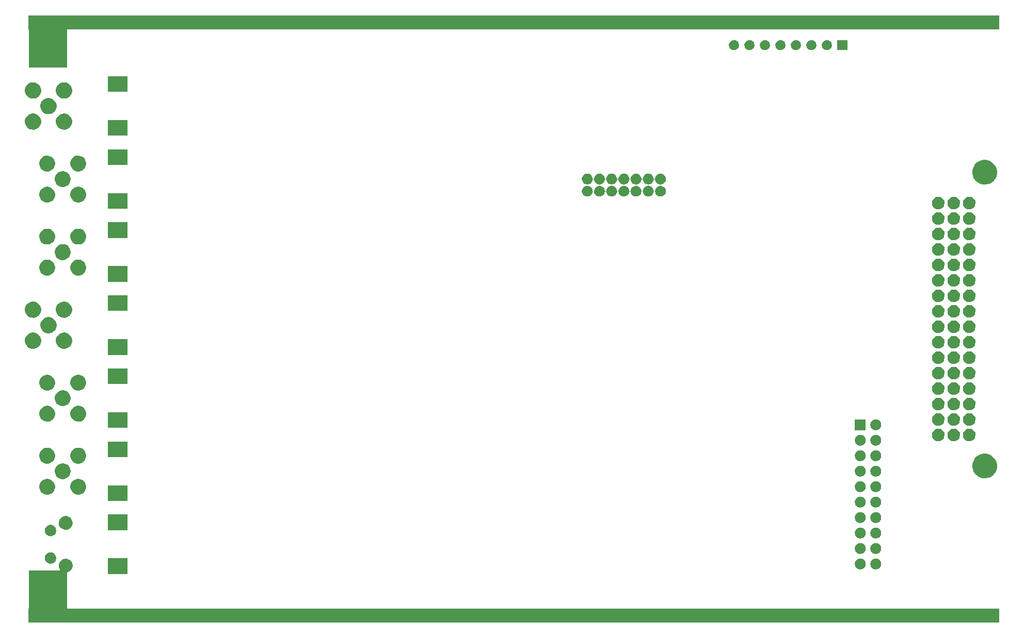
<source format=gbs>
G04 (created by PCBNEW (2013-07-07 BZR 4022)-stable) date 20/12/2013 15:35:01*
%MOIN*%
G04 Gerber Fmt 3.4, Leading zero omitted, Abs format*
%FSLAX34Y34*%
G01*
G70*
G90*
G04 APERTURE LIST*
%ADD10C,0.00590551*%
G04 APERTURE END LIST*
G54D10*
G36*
X20650Y-24538D02*
X20648Y-24649D01*
X20624Y-24756D01*
X20585Y-24843D01*
X20522Y-24933D01*
X20452Y-24999D01*
X20360Y-25058D01*
X20271Y-25092D01*
X20162Y-25111D01*
X20067Y-25109D01*
X19959Y-25086D01*
X19872Y-25048D01*
X19781Y-24985D01*
X19715Y-24916D01*
X19655Y-24823D01*
X19620Y-24735D01*
X19600Y-24626D01*
X19602Y-24531D01*
X19625Y-24423D01*
X19662Y-24336D01*
X19725Y-24244D01*
X19792Y-24178D01*
X19885Y-24117D01*
X19972Y-24082D01*
X20082Y-24061D01*
X20176Y-24062D01*
X20286Y-24084D01*
X20372Y-24121D01*
X20465Y-24183D01*
X20531Y-24250D01*
X20593Y-24343D01*
X20628Y-24429D01*
X20650Y-24538D01*
X20650Y-24538D01*
G37*
G36*
X20650Y-26546D02*
X20648Y-26657D01*
X20624Y-26764D01*
X20585Y-26851D01*
X20522Y-26941D01*
X20452Y-27007D01*
X20360Y-27066D01*
X20271Y-27100D01*
X20162Y-27119D01*
X20067Y-27117D01*
X19959Y-27094D01*
X19872Y-27056D01*
X19781Y-26993D01*
X19715Y-26924D01*
X19655Y-26831D01*
X19620Y-26743D01*
X19600Y-26634D01*
X19602Y-26539D01*
X19625Y-26431D01*
X19662Y-26344D01*
X19725Y-26252D01*
X19792Y-26186D01*
X19885Y-26125D01*
X19972Y-26090D01*
X20082Y-26069D01*
X20176Y-26070D01*
X20286Y-26092D01*
X20372Y-26129D01*
X20465Y-26191D01*
X20531Y-26258D01*
X20593Y-26351D01*
X20628Y-26437D01*
X20650Y-26546D01*
X20650Y-26546D01*
G37*
G36*
X20650Y-38711D02*
X20648Y-38822D01*
X20624Y-38929D01*
X20585Y-39016D01*
X20522Y-39106D01*
X20452Y-39172D01*
X20360Y-39231D01*
X20271Y-39265D01*
X20162Y-39285D01*
X20067Y-39283D01*
X19959Y-39259D01*
X19872Y-39221D01*
X19781Y-39158D01*
X19715Y-39090D01*
X19655Y-38996D01*
X19620Y-38908D01*
X19600Y-38799D01*
X19602Y-38705D01*
X19625Y-38596D01*
X19662Y-38509D01*
X19725Y-38417D01*
X19792Y-38352D01*
X19885Y-38291D01*
X19972Y-38255D01*
X20082Y-38234D01*
X20176Y-38235D01*
X20286Y-38258D01*
X20372Y-38294D01*
X20465Y-38356D01*
X20531Y-38423D01*
X20593Y-38516D01*
X20628Y-38602D01*
X20650Y-38711D01*
X20650Y-38711D01*
G37*
G36*
X20650Y-40719D02*
X20648Y-40830D01*
X20624Y-40937D01*
X20585Y-41024D01*
X20522Y-41114D01*
X20452Y-41180D01*
X20360Y-41239D01*
X20271Y-41273D01*
X20162Y-41293D01*
X20067Y-41291D01*
X19959Y-41267D01*
X19872Y-41229D01*
X19781Y-41166D01*
X19715Y-41098D01*
X19655Y-41004D01*
X19620Y-40916D01*
X19600Y-40807D01*
X19602Y-40713D01*
X19625Y-40604D01*
X19662Y-40517D01*
X19725Y-40425D01*
X19792Y-40360D01*
X19885Y-40299D01*
X19972Y-40263D01*
X20082Y-40242D01*
X20176Y-40243D01*
X20286Y-40266D01*
X20372Y-40302D01*
X20465Y-40364D01*
X20531Y-40431D01*
X20593Y-40524D01*
X20628Y-40610D01*
X20650Y-40719D01*
X20650Y-40719D01*
G37*
G36*
X21557Y-29264D02*
X21556Y-29372D01*
X21532Y-29477D01*
X21494Y-29563D01*
X21431Y-29651D01*
X21364Y-29715D01*
X21272Y-29773D01*
X21185Y-29807D01*
X21079Y-29826D01*
X20985Y-29824D01*
X20879Y-29801D01*
X20794Y-29763D01*
X20705Y-29701D01*
X20640Y-29634D01*
X20581Y-29543D01*
X20547Y-29457D01*
X20528Y-29350D01*
X20529Y-29257D01*
X20552Y-29150D01*
X20588Y-29065D01*
X20650Y-28975D01*
X20716Y-28911D01*
X20807Y-28851D01*
X20893Y-28816D01*
X21000Y-28796D01*
X21092Y-28796D01*
X21200Y-28818D01*
X21284Y-28854D01*
X21376Y-28915D01*
X21440Y-28980D01*
X21501Y-29072D01*
X21536Y-29157D01*
X21557Y-29264D01*
X21557Y-29264D01*
G37*
G36*
X21557Y-31272D02*
X21556Y-31380D01*
X21532Y-31485D01*
X21494Y-31571D01*
X21431Y-31659D01*
X21364Y-31723D01*
X21272Y-31781D01*
X21185Y-31815D01*
X21079Y-31834D01*
X20985Y-31832D01*
X20879Y-31809D01*
X20794Y-31771D01*
X20705Y-31709D01*
X20640Y-31642D01*
X20581Y-31551D01*
X20547Y-31465D01*
X20528Y-31358D01*
X20529Y-31265D01*
X20552Y-31158D01*
X20588Y-31073D01*
X20650Y-30983D01*
X20716Y-30919D01*
X20807Y-30859D01*
X20893Y-30824D01*
X21000Y-30804D01*
X21092Y-30804D01*
X21200Y-30826D01*
X21284Y-30862D01*
X21376Y-30923D01*
X21440Y-30988D01*
X21501Y-31080D01*
X21536Y-31165D01*
X21557Y-31272D01*
X21557Y-31272D01*
G37*
G36*
X21557Y-33988D02*
X21556Y-34096D01*
X21532Y-34201D01*
X21494Y-34287D01*
X21431Y-34375D01*
X21364Y-34440D01*
X21272Y-34498D01*
X21185Y-34531D01*
X21079Y-34550D01*
X20985Y-34548D01*
X20879Y-34525D01*
X20794Y-34488D01*
X20705Y-34426D01*
X20640Y-34359D01*
X20581Y-34267D01*
X20547Y-34181D01*
X20528Y-34074D01*
X20529Y-33981D01*
X20552Y-33875D01*
X20588Y-33790D01*
X20650Y-33699D01*
X20716Y-33635D01*
X20807Y-33575D01*
X20893Y-33541D01*
X21000Y-33520D01*
X21092Y-33521D01*
X21200Y-33543D01*
X21284Y-33578D01*
X21376Y-33640D01*
X21440Y-33705D01*
X21501Y-33797D01*
X21536Y-33881D01*
X21557Y-33988D01*
X21557Y-33988D01*
G37*
G36*
X21557Y-35996D02*
X21556Y-36104D01*
X21532Y-36209D01*
X21494Y-36295D01*
X21431Y-36383D01*
X21364Y-36448D01*
X21272Y-36506D01*
X21185Y-36539D01*
X21079Y-36558D01*
X20985Y-36556D01*
X20879Y-36533D01*
X20794Y-36496D01*
X20705Y-36434D01*
X20640Y-36367D01*
X20581Y-36275D01*
X20547Y-36189D01*
X20528Y-36082D01*
X20529Y-35989D01*
X20552Y-35883D01*
X20588Y-35798D01*
X20650Y-35707D01*
X20716Y-35643D01*
X20807Y-35583D01*
X20893Y-35549D01*
X21000Y-35528D01*
X21092Y-35529D01*
X21200Y-35551D01*
X21284Y-35586D01*
X21376Y-35648D01*
X21440Y-35713D01*
X21501Y-35805D01*
X21536Y-35889D01*
X21557Y-35996D01*
X21557Y-35996D01*
G37*
G36*
X21557Y-43437D02*
X21556Y-43545D01*
X21532Y-43650D01*
X21494Y-43736D01*
X21431Y-43824D01*
X21364Y-43888D01*
X21272Y-43946D01*
X21185Y-43980D01*
X21079Y-43999D01*
X20985Y-43997D01*
X20879Y-43974D01*
X20794Y-43937D01*
X20705Y-43874D01*
X20640Y-43808D01*
X20581Y-43716D01*
X20547Y-43630D01*
X20528Y-43523D01*
X20529Y-43430D01*
X20552Y-43323D01*
X20588Y-43239D01*
X20650Y-43148D01*
X20716Y-43084D01*
X20807Y-43024D01*
X20893Y-42989D01*
X21000Y-42969D01*
X21092Y-42969D01*
X21200Y-42992D01*
X21284Y-43027D01*
X21376Y-43089D01*
X21440Y-43154D01*
X21501Y-43245D01*
X21536Y-43330D01*
X21557Y-43437D01*
X21557Y-43437D01*
G37*
G36*
X21557Y-45445D02*
X21556Y-45553D01*
X21532Y-45658D01*
X21494Y-45744D01*
X21431Y-45832D01*
X21364Y-45896D01*
X21272Y-45954D01*
X21185Y-45988D01*
X21079Y-46007D01*
X20985Y-46005D01*
X20879Y-45982D01*
X20794Y-45945D01*
X20705Y-45882D01*
X20640Y-45816D01*
X20581Y-45724D01*
X20547Y-45638D01*
X20528Y-45531D01*
X20529Y-45438D01*
X20552Y-45331D01*
X20588Y-45247D01*
X20650Y-45156D01*
X20716Y-45092D01*
X20807Y-45032D01*
X20893Y-44997D01*
X21000Y-44977D01*
X21092Y-44977D01*
X21200Y-45000D01*
X21284Y-45035D01*
X21376Y-45097D01*
X21440Y-45162D01*
X21501Y-45253D01*
X21536Y-45338D01*
X21557Y-45445D01*
X21557Y-45445D01*
G37*
G36*
X21557Y-48161D02*
X21556Y-48269D01*
X21532Y-48375D01*
X21494Y-48460D01*
X21431Y-48548D01*
X21364Y-48613D01*
X21272Y-48671D01*
X21185Y-48705D01*
X21079Y-48723D01*
X20985Y-48721D01*
X20879Y-48698D01*
X20794Y-48661D01*
X20705Y-48599D01*
X20640Y-48532D01*
X20581Y-48441D01*
X20547Y-48354D01*
X20528Y-48247D01*
X20529Y-48155D01*
X20552Y-48048D01*
X20588Y-47963D01*
X20650Y-47873D01*
X20716Y-47808D01*
X20807Y-47748D01*
X20893Y-47714D01*
X21000Y-47693D01*
X21092Y-47694D01*
X21200Y-47716D01*
X21284Y-47751D01*
X21376Y-47813D01*
X21440Y-47878D01*
X21501Y-47970D01*
X21536Y-48054D01*
X21557Y-48161D01*
X21557Y-48161D01*
G37*
G36*
X21557Y-50169D02*
X21556Y-50277D01*
X21532Y-50383D01*
X21494Y-50468D01*
X21431Y-50556D01*
X21364Y-50621D01*
X21272Y-50679D01*
X21185Y-50713D01*
X21079Y-50731D01*
X20985Y-50729D01*
X20879Y-50706D01*
X20794Y-50669D01*
X20705Y-50607D01*
X20640Y-50540D01*
X20581Y-50449D01*
X20547Y-50362D01*
X20528Y-50255D01*
X20529Y-50163D01*
X20552Y-50056D01*
X20588Y-49971D01*
X20650Y-49881D01*
X20716Y-49816D01*
X20807Y-49756D01*
X20893Y-49722D01*
X21000Y-49701D01*
X21092Y-49702D01*
X21200Y-49724D01*
X21284Y-49759D01*
X21376Y-49821D01*
X21440Y-49886D01*
X21501Y-49978D01*
X21536Y-50062D01*
X21557Y-50169D01*
X21557Y-50169D01*
G37*
G36*
X21626Y-53018D02*
X21625Y-53093D01*
X21608Y-53170D01*
X21581Y-53229D01*
X21536Y-53294D01*
X21489Y-53339D01*
X21422Y-53381D01*
X21362Y-53404D01*
X21284Y-53418D01*
X21220Y-53417D01*
X21142Y-53400D01*
X21083Y-53374D01*
X21018Y-53328D01*
X20973Y-53282D01*
X20930Y-53215D01*
X20906Y-53156D01*
X20892Y-53077D01*
X20893Y-53014D01*
X20909Y-52935D01*
X20934Y-52877D01*
X20980Y-52810D01*
X21025Y-52766D01*
X21093Y-52722D01*
X21151Y-52698D01*
X21230Y-52683D01*
X21293Y-52684D01*
X21373Y-52700D01*
X21431Y-52724D01*
X21498Y-52770D01*
X21542Y-52814D01*
X21587Y-52882D01*
X21611Y-52939D01*
X21626Y-53018D01*
X21626Y-53018D01*
G37*
G36*
X21626Y-54790D02*
X21625Y-54865D01*
X21608Y-54942D01*
X21581Y-55001D01*
X21536Y-55066D01*
X21489Y-55111D01*
X21422Y-55153D01*
X21362Y-55176D01*
X21284Y-55190D01*
X21220Y-55189D01*
X21142Y-55172D01*
X21083Y-55146D01*
X21018Y-55100D01*
X20973Y-55054D01*
X20930Y-54987D01*
X20906Y-54928D01*
X20892Y-54849D01*
X20893Y-54786D01*
X20909Y-54707D01*
X20934Y-54649D01*
X20980Y-54582D01*
X21025Y-54538D01*
X21093Y-54494D01*
X21151Y-54470D01*
X21230Y-54455D01*
X21293Y-54456D01*
X21373Y-54472D01*
X21431Y-54496D01*
X21498Y-54542D01*
X21542Y-54586D01*
X21587Y-54654D01*
X21611Y-54711D01*
X21626Y-54790D01*
X21626Y-54790D01*
G37*
G36*
X21654Y-25542D02*
X21652Y-25653D01*
X21628Y-25760D01*
X21589Y-25847D01*
X21526Y-25937D01*
X21456Y-26003D01*
X21364Y-26062D01*
X21275Y-26096D01*
X21166Y-26115D01*
X21071Y-26113D01*
X20963Y-26090D01*
X20876Y-26052D01*
X20785Y-25989D01*
X20719Y-25920D01*
X20659Y-25827D01*
X20624Y-25739D01*
X20604Y-25630D01*
X20606Y-25535D01*
X20629Y-25427D01*
X20666Y-25340D01*
X20729Y-25248D01*
X20796Y-25182D01*
X20889Y-25121D01*
X20976Y-25086D01*
X21086Y-25065D01*
X21180Y-25066D01*
X21290Y-25088D01*
X21376Y-25125D01*
X21469Y-25187D01*
X21535Y-25254D01*
X21597Y-25347D01*
X21632Y-25433D01*
X21654Y-25542D01*
X21654Y-25542D01*
G37*
G36*
X21654Y-39715D02*
X21652Y-39826D01*
X21628Y-39933D01*
X21589Y-40020D01*
X21526Y-40110D01*
X21456Y-40176D01*
X21364Y-40235D01*
X21275Y-40269D01*
X21166Y-40289D01*
X21071Y-40287D01*
X20963Y-40263D01*
X20876Y-40225D01*
X20785Y-40162D01*
X20719Y-40094D01*
X20659Y-40000D01*
X20624Y-39912D01*
X20604Y-39803D01*
X20606Y-39709D01*
X20629Y-39600D01*
X20666Y-39513D01*
X20729Y-39421D01*
X20796Y-39356D01*
X20889Y-39295D01*
X20976Y-39259D01*
X21086Y-39238D01*
X21180Y-39239D01*
X21290Y-39262D01*
X21376Y-39298D01*
X21469Y-39360D01*
X21535Y-39427D01*
X21597Y-39520D01*
X21632Y-39606D01*
X21654Y-39715D01*
X21654Y-39715D01*
G37*
G36*
X22561Y-30268D02*
X22560Y-30376D01*
X22536Y-30481D01*
X22498Y-30567D01*
X22435Y-30655D01*
X22368Y-30719D01*
X22276Y-30777D01*
X22189Y-30811D01*
X22083Y-30830D01*
X21989Y-30828D01*
X21883Y-30805D01*
X21798Y-30767D01*
X21709Y-30705D01*
X21644Y-30638D01*
X21585Y-30547D01*
X21551Y-30461D01*
X21532Y-30354D01*
X21533Y-30261D01*
X21556Y-30154D01*
X21592Y-30069D01*
X21654Y-29979D01*
X21720Y-29915D01*
X21811Y-29855D01*
X21897Y-29820D01*
X22004Y-29800D01*
X22096Y-29800D01*
X22204Y-29822D01*
X22288Y-29858D01*
X22380Y-29919D01*
X22444Y-29984D01*
X22505Y-30076D01*
X22540Y-30161D01*
X22561Y-30268D01*
X22561Y-30268D01*
G37*
G36*
X22561Y-34992D02*
X22560Y-35100D01*
X22536Y-35205D01*
X22498Y-35291D01*
X22435Y-35379D01*
X22368Y-35444D01*
X22276Y-35502D01*
X22189Y-35535D01*
X22083Y-35554D01*
X21989Y-35552D01*
X21883Y-35529D01*
X21798Y-35492D01*
X21709Y-35430D01*
X21644Y-35363D01*
X21585Y-35271D01*
X21551Y-35185D01*
X21532Y-35078D01*
X21533Y-34985D01*
X21556Y-34879D01*
X21592Y-34794D01*
X21654Y-34703D01*
X21720Y-34639D01*
X21811Y-34579D01*
X21897Y-34545D01*
X22004Y-34524D01*
X22096Y-34525D01*
X22204Y-34547D01*
X22288Y-34582D01*
X22380Y-34644D01*
X22444Y-34709D01*
X22505Y-34801D01*
X22540Y-34885D01*
X22561Y-34992D01*
X22561Y-34992D01*
G37*
G36*
X22561Y-44441D02*
X22560Y-44549D01*
X22536Y-44654D01*
X22498Y-44740D01*
X22435Y-44828D01*
X22368Y-44892D01*
X22276Y-44950D01*
X22189Y-44984D01*
X22083Y-45003D01*
X21989Y-45001D01*
X21883Y-44978D01*
X21798Y-44941D01*
X21709Y-44878D01*
X21644Y-44812D01*
X21585Y-44720D01*
X21551Y-44634D01*
X21532Y-44527D01*
X21533Y-44434D01*
X21556Y-44327D01*
X21592Y-44243D01*
X21654Y-44152D01*
X21720Y-44088D01*
X21811Y-44028D01*
X21897Y-43993D01*
X22004Y-43973D01*
X22096Y-43973D01*
X22204Y-43996D01*
X22288Y-44031D01*
X22380Y-44093D01*
X22444Y-44158D01*
X22505Y-44249D01*
X22540Y-44334D01*
X22561Y-44441D01*
X22561Y-44441D01*
G37*
G36*
X22561Y-49165D02*
X22560Y-49273D01*
X22536Y-49379D01*
X22498Y-49464D01*
X22435Y-49552D01*
X22368Y-49617D01*
X22276Y-49675D01*
X22189Y-49709D01*
X22083Y-49727D01*
X21989Y-49725D01*
X21883Y-49702D01*
X21798Y-49665D01*
X21709Y-49603D01*
X21644Y-49536D01*
X21585Y-49445D01*
X21551Y-49358D01*
X21532Y-49251D01*
X21533Y-49159D01*
X21556Y-49052D01*
X21592Y-48967D01*
X21654Y-48877D01*
X21720Y-48812D01*
X21811Y-48752D01*
X21897Y-48718D01*
X22004Y-48697D01*
X22096Y-48698D01*
X22204Y-48720D01*
X22288Y-48755D01*
X22380Y-48817D01*
X22444Y-48882D01*
X22505Y-48974D01*
X22540Y-49058D01*
X22561Y-49165D01*
X22561Y-49165D01*
G37*
G36*
X22658Y-24538D02*
X22656Y-24649D01*
X22632Y-24756D01*
X22593Y-24843D01*
X22530Y-24933D01*
X22460Y-24999D01*
X22368Y-25058D01*
X22279Y-25092D01*
X22170Y-25111D01*
X22075Y-25109D01*
X21967Y-25086D01*
X21880Y-25048D01*
X21789Y-24985D01*
X21723Y-24916D01*
X21663Y-24823D01*
X21628Y-24735D01*
X21608Y-24626D01*
X21610Y-24531D01*
X21633Y-24423D01*
X21670Y-24336D01*
X21733Y-24244D01*
X21800Y-24178D01*
X21893Y-24117D01*
X21980Y-24082D01*
X22090Y-24061D01*
X22184Y-24062D01*
X22294Y-24084D01*
X22380Y-24121D01*
X22473Y-24183D01*
X22539Y-24250D01*
X22601Y-24343D01*
X22636Y-24429D01*
X22658Y-24538D01*
X22658Y-24538D01*
G37*
G36*
X22658Y-26546D02*
X22656Y-26657D01*
X22632Y-26764D01*
X22593Y-26851D01*
X22530Y-26941D01*
X22460Y-27007D01*
X22368Y-27066D01*
X22279Y-27100D01*
X22170Y-27119D01*
X22075Y-27117D01*
X21967Y-27094D01*
X21880Y-27056D01*
X21789Y-26993D01*
X21723Y-26924D01*
X21663Y-26831D01*
X21628Y-26743D01*
X21608Y-26634D01*
X21610Y-26539D01*
X21633Y-26431D01*
X21670Y-26344D01*
X21733Y-26252D01*
X21800Y-26186D01*
X21893Y-26125D01*
X21980Y-26090D01*
X22090Y-26069D01*
X22184Y-26070D01*
X22294Y-26092D01*
X22380Y-26129D01*
X22473Y-26191D01*
X22539Y-26258D01*
X22601Y-26351D01*
X22636Y-26437D01*
X22658Y-26546D01*
X22658Y-26546D01*
G37*
G36*
X22658Y-38711D02*
X22656Y-38822D01*
X22632Y-38929D01*
X22593Y-39016D01*
X22530Y-39106D01*
X22460Y-39172D01*
X22368Y-39231D01*
X22279Y-39265D01*
X22170Y-39285D01*
X22075Y-39283D01*
X21967Y-39259D01*
X21880Y-39221D01*
X21789Y-39158D01*
X21723Y-39090D01*
X21663Y-38996D01*
X21628Y-38908D01*
X21608Y-38799D01*
X21610Y-38705D01*
X21633Y-38596D01*
X21670Y-38509D01*
X21733Y-38417D01*
X21800Y-38352D01*
X21893Y-38291D01*
X21980Y-38255D01*
X22090Y-38234D01*
X22184Y-38235D01*
X22294Y-38258D01*
X22380Y-38294D01*
X22473Y-38356D01*
X22539Y-38423D01*
X22601Y-38516D01*
X22636Y-38602D01*
X22658Y-38711D01*
X22658Y-38711D01*
G37*
G36*
X22658Y-40719D02*
X22656Y-40830D01*
X22632Y-40937D01*
X22593Y-41024D01*
X22530Y-41114D01*
X22460Y-41180D01*
X22368Y-41239D01*
X22279Y-41273D01*
X22170Y-41293D01*
X22075Y-41291D01*
X21967Y-41267D01*
X21880Y-41229D01*
X21789Y-41166D01*
X21723Y-41098D01*
X21663Y-41004D01*
X21628Y-40916D01*
X21608Y-40807D01*
X21610Y-40713D01*
X21633Y-40604D01*
X21670Y-40517D01*
X21733Y-40425D01*
X21800Y-40360D01*
X21893Y-40299D01*
X21980Y-40263D01*
X22090Y-40242D01*
X22184Y-40243D01*
X22294Y-40266D01*
X22380Y-40302D01*
X22473Y-40364D01*
X22539Y-40431D01*
X22601Y-40524D01*
X22636Y-40610D01*
X22658Y-40719D01*
X22658Y-40719D01*
G37*
G36*
X22685Y-52518D02*
X22683Y-52611D01*
X22663Y-52703D01*
X22630Y-52776D01*
X22575Y-52853D01*
X22518Y-52909D01*
X22438Y-52959D01*
X22363Y-52988D01*
X22270Y-53005D01*
X22190Y-53003D01*
X22097Y-52983D01*
X22025Y-52951D01*
X21946Y-52897D01*
X21891Y-52839D01*
X21840Y-52759D01*
X21811Y-52686D01*
X21793Y-52592D01*
X21794Y-52513D01*
X21814Y-52419D01*
X21845Y-52347D01*
X21900Y-52268D01*
X21956Y-52213D01*
X22036Y-52160D01*
X22109Y-52131D01*
X22203Y-52113D01*
X22282Y-52113D01*
X22376Y-52133D01*
X22448Y-52163D01*
X22528Y-52217D01*
X22583Y-52272D01*
X22637Y-52353D01*
X22666Y-52425D01*
X22685Y-52518D01*
X22685Y-52518D01*
G37*
G36*
X23565Y-29264D02*
X23564Y-29372D01*
X23540Y-29477D01*
X23502Y-29563D01*
X23439Y-29651D01*
X23372Y-29715D01*
X23280Y-29773D01*
X23193Y-29807D01*
X23087Y-29826D01*
X22993Y-29824D01*
X22887Y-29801D01*
X22802Y-29763D01*
X22713Y-29701D01*
X22648Y-29634D01*
X22589Y-29543D01*
X22555Y-29457D01*
X22536Y-29350D01*
X22537Y-29257D01*
X22560Y-29150D01*
X22596Y-29065D01*
X22658Y-28975D01*
X22724Y-28911D01*
X22815Y-28851D01*
X22901Y-28816D01*
X23008Y-28796D01*
X23100Y-28796D01*
X23208Y-28818D01*
X23292Y-28854D01*
X23384Y-28915D01*
X23448Y-28980D01*
X23509Y-29072D01*
X23544Y-29157D01*
X23565Y-29264D01*
X23565Y-29264D01*
G37*
G36*
X23565Y-31272D02*
X23564Y-31380D01*
X23540Y-31485D01*
X23502Y-31571D01*
X23439Y-31659D01*
X23372Y-31723D01*
X23280Y-31781D01*
X23193Y-31815D01*
X23087Y-31834D01*
X22993Y-31832D01*
X22887Y-31809D01*
X22802Y-31771D01*
X22713Y-31709D01*
X22648Y-31642D01*
X22589Y-31551D01*
X22555Y-31465D01*
X22536Y-31358D01*
X22537Y-31265D01*
X22560Y-31158D01*
X22596Y-31073D01*
X22658Y-30983D01*
X22724Y-30919D01*
X22815Y-30859D01*
X22901Y-30824D01*
X23008Y-30804D01*
X23100Y-30804D01*
X23208Y-30826D01*
X23292Y-30862D01*
X23384Y-30923D01*
X23448Y-30988D01*
X23509Y-31080D01*
X23544Y-31165D01*
X23565Y-31272D01*
X23565Y-31272D01*
G37*
G36*
X23565Y-33988D02*
X23564Y-34096D01*
X23540Y-34201D01*
X23502Y-34287D01*
X23439Y-34375D01*
X23372Y-34440D01*
X23280Y-34498D01*
X23193Y-34531D01*
X23087Y-34550D01*
X22993Y-34548D01*
X22887Y-34525D01*
X22802Y-34488D01*
X22713Y-34426D01*
X22648Y-34359D01*
X22589Y-34267D01*
X22555Y-34181D01*
X22536Y-34074D01*
X22537Y-33981D01*
X22560Y-33875D01*
X22596Y-33790D01*
X22658Y-33699D01*
X22724Y-33635D01*
X22815Y-33575D01*
X22901Y-33541D01*
X23008Y-33520D01*
X23100Y-33521D01*
X23208Y-33543D01*
X23292Y-33578D01*
X23384Y-33640D01*
X23448Y-33705D01*
X23509Y-33797D01*
X23544Y-33881D01*
X23565Y-33988D01*
X23565Y-33988D01*
G37*
G36*
X23565Y-35996D02*
X23564Y-36104D01*
X23540Y-36209D01*
X23502Y-36295D01*
X23439Y-36383D01*
X23372Y-36448D01*
X23280Y-36506D01*
X23193Y-36539D01*
X23087Y-36558D01*
X22993Y-36556D01*
X22887Y-36533D01*
X22802Y-36496D01*
X22713Y-36434D01*
X22648Y-36367D01*
X22589Y-36275D01*
X22555Y-36189D01*
X22536Y-36082D01*
X22537Y-35989D01*
X22560Y-35883D01*
X22596Y-35798D01*
X22658Y-35707D01*
X22724Y-35643D01*
X22815Y-35583D01*
X22901Y-35549D01*
X23008Y-35528D01*
X23100Y-35529D01*
X23208Y-35551D01*
X23292Y-35586D01*
X23384Y-35648D01*
X23448Y-35713D01*
X23509Y-35805D01*
X23544Y-35889D01*
X23565Y-35996D01*
X23565Y-35996D01*
G37*
G36*
X23565Y-43437D02*
X23564Y-43545D01*
X23540Y-43650D01*
X23502Y-43736D01*
X23439Y-43824D01*
X23372Y-43888D01*
X23280Y-43946D01*
X23193Y-43980D01*
X23087Y-43999D01*
X22993Y-43997D01*
X22887Y-43974D01*
X22802Y-43937D01*
X22713Y-43874D01*
X22648Y-43808D01*
X22589Y-43716D01*
X22555Y-43630D01*
X22536Y-43523D01*
X22537Y-43430D01*
X22560Y-43323D01*
X22596Y-43239D01*
X22658Y-43148D01*
X22724Y-43084D01*
X22815Y-43024D01*
X22901Y-42989D01*
X23008Y-42969D01*
X23100Y-42969D01*
X23208Y-42992D01*
X23292Y-43027D01*
X23384Y-43089D01*
X23448Y-43154D01*
X23509Y-43245D01*
X23544Y-43330D01*
X23565Y-43437D01*
X23565Y-43437D01*
G37*
G36*
X23565Y-45445D02*
X23564Y-45553D01*
X23540Y-45658D01*
X23502Y-45744D01*
X23439Y-45832D01*
X23372Y-45896D01*
X23280Y-45954D01*
X23193Y-45988D01*
X23087Y-46007D01*
X22993Y-46005D01*
X22887Y-45982D01*
X22802Y-45945D01*
X22713Y-45882D01*
X22648Y-45816D01*
X22589Y-45724D01*
X22555Y-45638D01*
X22536Y-45531D01*
X22537Y-45438D01*
X22560Y-45331D01*
X22596Y-45247D01*
X22658Y-45156D01*
X22724Y-45092D01*
X22815Y-45032D01*
X22901Y-44997D01*
X23008Y-44977D01*
X23100Y-44977D01*
X23208Y-45000D01*
X23292Y-45035D01*
X23384Y-45097D01*
X23448Y-45162D01*
X23509Y-45253D01*
X23544Y-45338D01*
X23565Y-45445D01*
X23565Y-45445D01*
G37*
G36*
X23565Y-48161D02*
X23564Y-48269D01*
X23540Y-48375D01*
X23502Y-48460D01*
X23439Y-48548D01*
X23372Y-48613D01*
X23280Y-48671D01*
X23193Y-48705D01*
X23087Y-48723D01*
X22993Y-48721D01*
X22887Y-48698D01*
X22802Y-48661D01*
X22713Y-48599D01*
X22648Y-48532D01*
X22589Y-48441D01*
X22555Y-48354D01*
X22536Y-48247D01*
X22537Y-48155D01*
X22560Y-48048D01*
X22596Y-47963D01*
X22658Y-47873D01*
X22724Y-47808D01*
X22815Y-47748D01*
X22901Y-47714D01*
X23008Y-47693D01*
X23100Y-47694D01*
X23208Y-47716D01*
X23292Y-47751D01*
X23384Y-47813D01*
X23448Y-47878D01*
X23509Y-47970D01*
X23544Y-48054D01*
X23565Y-48161D01*
X23565Y-48161D01*
G37*
G36*
X23565Y-50169D02*
X23564Y-50277D01*
X23540Y-50383D01*
X23502Y-50468D01*
X23439Y-50556D01*
X23372Y-50621D01*
X23280Y-50679D01*
X23193Y-50713D01*
X23087Y-50731D01*
X22993Y-50729D01*
X22887Y-50706D01*
X22802Y-50669D01*
X22713Y-50607D01*
X22648Y-50540D01*
X22589Y-50449D01*
X22555Y-50362D01*
X22536Y-50255D01*
X22537Y-50163D01*
X22560Y-50056D01*
X22596Y-49971D01*
X22658Y-49881D01*
X22724Y-49816D01*
X22815Y-49756D01*
X22901Y-49722D01*
X23008Y-49701D01*
X23100Y-49702D01*
X23208Y-49724D01*
X23292Y-49759D01*
X23384Y-49821D01*
X23448Y-49886D01*
X23509Y-49978D01*
X23544Y-50062D01*
X23565Y-50169D01*
X23565Y-50169D01*
G37*
G36*
X26233Y-24678D02*
X24947Y-24678D01*
X24947Y-23668D01*
X26233Y-23668D01*
X26233Y-24678D01*
X26233Y-24678D01*
G37*
G36*
X26233Y-27512D02*
X24947Y-27512D01*
X24947Y-26502D01*
X26233Y-26502D01*
X26233Y-27512D01*
X26233Y-27512D01*
G37*
G36*
X26233Y-29403D02*
X24947Y-29403D01*
X24947Y-28392D01*
X26233Y-28392D01*
X26233Y-29403D01*
X26233Y-29403D01*
G37*
G36*
X26233Y-32237D02*
X24947Y-32237D01*
X24947Y-31226D01*
X26233Y-31226D01*
X26233Y-32237D01*
X26233Y-32237D01*
G37*
G36*
X26233Y-34127D02*
X24947Y-34127D01*
X24947Y-33117D01*
X26233Y-33117D01*
X26233Y-34127D01*
X26233Y-34127D01*
G37*
G36*
X26233Y-36961D02*
X24947Y-36961D01*
X24947Y-35951D01*
X26233Y-35951D01*
X26233Y-36961D01*
X26233Y-36961D01*
G37*
G36*
X26233Y-38851D02*
X24947Y-38851D01*
X24947Y-37841D01*
X26233Y-37841D01*
X26233Y-38851D01*
X26233Y-38851D01*
G37*
G36*
X26233Y-41685D02*
X24947Y-41685D01*
X24947Y-40675D01*
X26233Y-40675D01*
X26233Y-41685D01*
X26233Y-41685D01*
G37*
G36*
X26233Y-43576D02*
X24947Y-43576D01*
X24947Y-42566D01*
X26233Y-42566D01*
X26233Y-43576D01*
X26233Y-43576D01*
G37*
G36*
X26233Y-46410D02*
X24947Y-46410D01*
X24947Y-45400D01*
X26233Y-45400D01*
X26233Y-46410D01*
X26233Y-46410D01*
G37*
G36*
X26233Y-48300D02*
X24947Y-48300D01*
X24947Y-47290D01*
X26233Y-47290D01*
X26233Y-48300D01*
X26233Y-48300D01*
G37*
G36*
X26233Y-51134D02*
X24947Y-51134D01*
X24947Y-50124D01*
X26233Y-50124D01*
X26233Y-51134D01*
X26233Y-51134D01*
G37*
G36*
X26233Y-53025D02*
X24947Y-53025D01*
X24947Y-52014D01*
X26233Y-52014D01*
X26233Y-53025D01*
X26233Y-53025D01*
G37*
G36*
X26233Y-55859D02*
X24947Y-55859D01*
X24947Y-54848D01*
X26233Y-54848D01*
X26233Y-55859D01*
X26233Y-55859D01*
G37*
G36*
X60996Y-31071D02*
X60995Y-31142D01*
X60979Y-31215D01*
X60954Y-31271D01*
X60911Y-31332D01*
X60867Y-31374D01*
X60803Y-31415D01*
X60746Y-31437D01*
X60672Y-31450D01*
X60647Y-31449D01*
X60647Y-30718D01*
X60647Y-30699D01*
X60640Y-30681D01*
X60626Y-30668D01*
X60609Y-30660D01*
X60538Y-30645D01*
X60482Y-30621D01*
X60420Y-30577D01*
X60378Y-30534D01*
X60337Y-30470D01*
X60315Y-30414D01*
X60304Y-30355D01*
X60297Y-30337D01*
X60283Y-30324D01*
X60266Y-30317D01*
X60246Y-30317D01*
X60229Y-30324D01*
X60215Y-30337D01*
X60208Y-30355D01*
X60191Y-30428D01*
X60166Y-30484D01*
X60123Y-30545D01*
X60079Y-30587D01*
X60016Y-30627D01*
X59959Y-30649D01*
X59900Y-30660D01*
X59882Y-30667D01*
X59869Y-30680D01*
X59861Y-30698D01*
X59861Y-30717D01*
X59869Y-30735D01*
X59882Y-30749D01*
X59900Y-30756D01*
X59969Y-30770D01*
X60023Y-30793D01*
X60088Y-30836D01*
X60129Y-30878D01*
X60172Y-30942D01*
X60194Y-30997D01*
X60207Y-31062D01*
X60214Y-31079D01*
X60228Y-31093D01*
X60246Y-31100D01*
X60265Y-31100D01*
X60283Y-31093D01*
X60296Y-31079D01*
X60303Y-31062D01*
X60318Y-30992D01*
X60342Y-30938D01*
X60385Y-30874D01*
X60427Y-30833D01*
X60492Y-30791D01*
X60546Y-30769D01*
X60609Y-30757D01*
X60626Y-30750D01*
X60640Y-30736D01*
X60647Y-30718D01*
X60647Y-31449D01*
X60612Y-31448D01*
X60609Y-31448D01*
X60538Y-31432D01*
X60482Y-31408D01*
X60420Y-31365D01*
X60378Y-31321D01*
X60337Y-31258D01*
X60315Y-31202D01*
X60304Y-31143D01*
X60297Y-31125D01*
X60283Y-31111D01*
X60266Y-31104D01*
X60246Y-31104D01*
X60229Y-31111D01*
X60215Y-31125D01*
X60208Y-31143D01*
X60191Y-31215D01*
X60166Y-31271D01*
X60123Y-31332D01*
X60079Y-31374D01*
X60016Y-31415D01*
X59959Y-31437D01*
X59885Y-31450D01*
X59860Y-31449D01*
X59860Y-30718D01*
X59860Y-30699D01*
X59853Y-30681D01*
X59839Y-30668D01*
X59821Y-30660D01*
X59750Y-30645D01*
X59695Y-30621D01*
X59633Y-30577D01*
X59591Y-30534D01*
X59550Y-30470D01*
X59528Y-30414D01*
X59517Y-30355D01*
X59510Y-30337D01*
X59496Y-30324D01*
X59478Y-30317D01*
X59459Y-30317D01*
X59441Y-30324D01*
X59428Y-30337D01*
X59420Y-30355D01*
X59404Y-30428D01*
X59379Y-30484D01*
X59336Y-30545D01*
X59292Y-30587D01*
X59228Y-30627D01*
X59172Y-30649D01*
X59113Y-30660D01*
X59095Y-30667D01*
X59081Y-30680D01*
X59074Y-30698D01*
X59074Y-30717D01*
X59081Y-30735D01*
X59095Y-30749D01*
X59113Y-30756D01*
X59182Y-30770D01*
X59236Y-30793D01*
X59300Y-30836D01*
X59341Y-30878D01*
X59384Y-30942D01*
X59407Y-30997D01*
X59420Y-31062D01*
X59427Y-31079D01*
X59440Y-31093D01*
X59458Y-31100D01*
X59477Y-31100D01*
X59495Y-31093D01*
X59509Y-31079D01*
X59516Y-31062D01*
X59531Y-30992D01*
X59554Y-30938D01*
X59597Y-30874D01*
X59640Y-30833D01*
X59704Y-30791D01*
X59759Y-30769D01*
X59821Y-30757D01*
X59839Y-30750D01*
X59853Y-30736D01*
X59860Y-30718D01*
X59860Y-31449D01*
X59824Y-31448D01*
X59821Y-31448D01*
X59750Y-31432D01*
X59695Y-31408D01*
X59633Y-31365D01*
X59591Y-31321D01*
X59550Y-31258D01*
X59528Y-31202D01*
X59517Y-31143D01*
X59510Y-31125D01*
X59496Y-31111D01*
X59478Y-31104D01*
X59459Y-31104D01*
X59441Y-31111D01*
X59428Y-31125D01*
X59420Y-31143D01*
X59404Y-31215D01*
X59379Y-31271D01*
X59336Y-31332D01*
X59292Y-31374D01*
X59228Y-31415D01*
X59172Y-31437D01*
X59097Y-31450D01*
X59073Y-31449D01*
X59073Y-30718D01*
X59073Y-30699D01*
X59065Y-30681D01*
X59052Y-30668D01*
X59034Y-30660D01*
X58963Y-30645D01*
X58908Y-30621D01*
X58845Y-30577D01*
X58804Y-30534D01*
X58762Y-30470D01*
X58740Y-30414D01*
X58730Y-30355D01*
X58722Y-30337D01*
X58709Y-30324D01*
X58691Y-30317D01*
X58672Y-30317D01*
X58654Y-30324D01*
X58640Y-30337D01*
X58633Y-30355D01*
X58616Y-30428D01*
X58592Y-30484D01*
X58548Y-30545D01*
X58504Y-30587D01*
X58441Y-30627D01*
X58384Y-30649D01*
X58325Y-30660D01*
X58308Y-30667D01*
X58294Y-30680D01*
X58287Y-30698D01*
X58287Y-30717D01*
X58294Y-30735D01*
X58308Y-30749D01*
X58325Y-30756D01*
X58394Y-30770D01*
X58449Y-30793D01*
X58513Y-30836D01*
X58554Y-30878D01*
X58597Y-30942D01*
X58619Y-30997D01*
X58632Y-31062D01*
X58639Y-31079D01*
X58653Y-31093D01*
X58671Y-31100D01*
X58690Y-31100D01*
X58708Y-31093D01*
X58721Y-31079D01*
X58729Y-31062D01*
X58743Y-30992D01*
X58767Y-30938D01*
X58810Y-30874D01*
X58853Y-30833D01*
X58917Y-30791D01*
X58972Y-30769D01*
X59034Y-30757D01*
X59052Y-30750D01*
X59065Y-30736D01*
X59073Y-30718D01*
X59073Y-31449D01*
X59037Y-31448D01*
X59034Y-31448D01*
X58963Y-31432D01*
X58908Y-31408D01*
X58845Y-31365D01*
X58804Y-31321D01*
X58762Y-31258D01*
X58740Y-31202D01*
X58730Y-31143D01*
X58722Y-31125D01*
X58709Y-31111D01*
X58691Y-31104D01*
X58672Y-31104D01*
X58654Y-31111D01*
X58640Y-31125D01*
X58633Y-31143D01*
X58616Y-31215D01*
X58592Y-31271D01*
X58548Y-31332D01*
X58504Y-31374D01*
X58441Y-31415D01*
X58384Y-31437D01*
X58310Y-31450D01*
X58285Y-31449D01*
X58285Y-30718D01*
X58285Y-30699D01*
X58278Y-30681D01*
X58264Y-30668D01*
X58246Y-30660D01*
X58175Y-30645D01*
X58120Y-30621D01*
X58058Y-30577D01*
X58016Y-30534D01*
X57975Y-30470D01*
X57953Y-30414D01*
X57942Y-30355D01*
X57935Y-30337D01*
X57921Y-30324D01*
X57903Y-30317D01*
X57884Y-30317D01*
X57866Y-30324D01*
X57853Y-30337D01*
X57846Y-30355D01*
X57829Y-30428D01*
X57804Y-30484D01*
X57761Y-30545D01*
X57717Y-30587D01*
X57653Y-30627D01*
X57597Y-30649D01*
X57538Y-30660D01*
X57520Y-30667D01*
X57507Y-30680D01*
X57499Y-30698D01*
X57499Y-30717D01*
X57507Y-30735D01*
X57520Y-30749D01*
X57538Y-30756D01*
X57607Y-30770D01*
X57661Y-30793D01*
X57725Y-30836D01*
X57767Y-30878D01*
X57810Y-30942D01*
X57832Y-30997D01*
X57845Y-31062D01*
X57852Y-31079D01*
X57866Y-31093D01*
X57883Y-31100D01*
X57903Y-31100D01*
X57920Y-31093D01*
X57934Y-31079D01*
X57941Y-31062D01*
X57956Y-30992D01*
X57979Y-30938D01*
X58023Y-30874D01*
X58065Y-30833D01*
X58129Y-30791D01*
X58184Y-30769D01*
X58246Y-30757D01*
X58264Y-30750D01*
X58278Y-30736D01*
X58285Y-30718D01*
X58285Y-31449D01*
X58249Y-31448D01*
X58246Y-31448D01*
X58175Y-31432D01*
X58120Y-31408D01*
X58058Y-31365D01*
X58016Y-31321D01*
X57975Y-31258D01*
X57953Y-31202D01*
X57942Y-31143D01*
X57935Y-31125D01*
X57921Y-31111D01*
X57903Y-31104D01*
X57884Y-31104D01*
X57866Y-31111D01*
X57853Y-31125D01*
X57846Y-31143D01*
X57829Y-31215D01*
X57804Y-31271D01*
X57761Y-31332D01*
X57717Y-31374D01*
X57653Y-31415D01*
X57597Y-31437D01*
X57522Y-31450D01*
X57498Y-31449D01*
X57498Y-30718D01*
X57498Y-30699D01*
X57490Y-30681D01*
X57477Y-30668D01*
X57459Y-30660D01*
X57388Y-30645D01*
X57333Y-30621D01*
X57271Y-30577D01*
X57229Y-30534D01*
X57188Y-30470D01*
X57166Y-30414D01*
X57155Y-30355D01*
X57147Y-30337D01*
X57134Y-30324D01*
X57116Y-30317D01*
X57097Y-30317D01*
X57079Y-30324D01*
X57066Y-30337D01*
X57058Y-30355D01*
X57042Y-30428D01*
X57017Y-30484D01*
X56974Y-30545D01*
X56930Y-30587D01*
X56866Y-30627D01*
X56809Y-30649D01*
X56751Y-30660D01*
X56733Y-30667D01*
X56719Y-30680D01*
X56712Y-30698D01*
X56712Y-30717D01*
X56719Y-30735D01*
X56733Y-30749D01*
X56751Y-30756D01*
X56820Y-30770D01*
X56874Y-30793D01*
X56938Y-30836D01*
X56979Y-30878D01*
X57022Y-30942D01*
X57044Y-30997D01*
X57057Y-31062D01*
X57065Y-31079D01*
X57078Y-31093D01*
X57096Y-31100D01*
X57115Y-31100D01*
X57133Y-31093D01*
X57147Y-31079D01*
X57154Y-31062D01*
X57169Y-30992D01*
X57192Y-30938D01*
X57235Y-30874D01*
X57278Y-30833D01*
X57342Y-30791D01*
X57397Y-30769D01*
X57459Y-30757D01*
X57477Y-30750D01*
X57490Y-30736D01*
X57498Y-30718D01*
X57498Y-31449D01*
X57462Y-31448D01*
X57459Y-31448D01*
X57388Y-31432D01*
X57333Y-31408D01*
X57271Y-31365D01*
X57229Y-31321D01*
X57188Y-31258D01*
X57166Y-31202D01*
X57155Y-31143D01*
X57147Y-31125D01*
X57134Y-31111D01*
X57116Y-31104D01*
X57097Y-31104D01*
X57079Y-31111D01*
X57066Y-31125D01*
X57058Y-31143D01*
X57042Y-31215D01*
X57017Y-31271D01*
X56974Y-31332D01*
X56930Y-31374D01*
X56866Y-31415D01*
X56809Y-31437D01*
X56735Y-31450D01*
X56710Y-31449D01*
X56710Y-30718D01*
X56710Y-30699D01*
X56703Y-30681D01*
X56689Y-30668D01*
X56672Y-30660D01*
X56601Y-30645D01*
X56545Y-30621D01*
X56483Y-30577D01*
X56441Y-30534D01*
X56400Y-30470D01*
X56378Y-30414D01*
X56367Y-30355D01*
X56360Y-30337D01*
X56346Y-30324D01*
X56329Y-30317D01*
X56309Y-30317D01*
X56292Y-30324D01*
X56278Y-30337D01*
X56271Y-30355D01*
X56254Y-30428D01*
X56229Y-30484D01*
X56186Y-30545D01*
X56142Y-30587D01*
X56079Y-30627D01*
X56022Y-30649D01*
X55963Y-30660D01*
X55945Y-30667D01*
X55932Y-30680D01*
X55924Y-30698D01*
X55924Y-30717D01*
X55932Y-30735D01*
X55945Y-30749D01*
X55963Y-30756D01*
X56032Y-30770D01*
X56086Y-30793D01*
X56150Y-30836D01*
X56192Y-30878D01*
X56235Y-30942D01*
X56257Y-30997D01*
X56270Y-31062D01*
X56277Y-31079D01*
X56291Y-31093D01*
X56309Y-31100D01*
X56328Y-31100D01*
X56346Y-31093D01*
X56359Y-31079D01*
X56366Y-31062D01*
X56381Y-30992D01*
X56405Y-30938D01*
X56448Y-30874D01*
X56490Y-30833D01*
X56555Y-30791D01*
X56609Y-30769D01*
X56672Y-30757D01*
X56689Y-30750D01*
X56703Y-30736D01*
X56710Y-30718D01*
X56710Y-31449D01*
X56675Y-31448D01*
X56672Y-31448D01*
X56601Y-31432D01*
X56545Y-31408D01*
X56483Y-31365D01*
X56441Y-31321D01*
X56400Y-31258D01*
X56378Y-31202D01*
X56367Y-31143D01*
X56360Y-31125D01*
X56346Y-31111D01*
X56329Y-31104D01*
X56309Y-31104D01*
X56292Y-31111D01*
X56278Y-31125D01*
X56271Y-31143D01*
X56254Y-31215D01*
X56229Y-31271D01*
X56186Y-31332D01*
X56142Y-31374D01*
X56079Y-31415D01*
X56022Y-31437D01*
X55948Y-31450D01*
X55887Y-31448D01*
X55813Y-31432D01*
X55758Y-31408D01*
X55696Y-31365D01*
X55654Y-31321D01*
X55613Y-31258D01*
X55591Y-31202D01*
X55577Y-31127D01*
X55578Y-31067D01*
X55594Y-30992D01*
X55617Y-30938D01*
X55660Y-30874D01*
X55703Y-30833D01*
X55767Y-30791D01*
X55822Y-30769D01*
X55884Y-30757D01*
X55902Y-30750D01*
X55916Y-30736D01*
X55923Y-30718D01*
X55923Y-30699D01*
X55916Y-30681D01*
X55902Y-30668D01*
X55884Y-30660D01*
X55813Y-30645D01*
X55758Y-30621D01*
X55696Y-30577D01*
X55654Y-30534D01*
X55613Y-30470D01*
X55591Y-30414D01*
X55577Y-30339D01*
X55578Y-30280D01*
X55594Y-30205D01*
X55617Y-30150D01*
X55660Y-30087D01*
X55703Y-30046D01*
X55767Y-30004D01*
X55822Y-29981D01*
X55898Y-29967D01*
X55957Y-29967D01*
X56032Y-29983D01*
X56086Y-30006D01*
X56150Y-30049D01*
X56192Y-30091D01*
X56235Y-30155D01*
X56257Y-30209D01*
X56270Y-30274D01*
X56277Y-30292D01*
X56291Y-30305D01*
X56309Y-30313D01*
X56328Y-30313D01*
X56346Y-30305D01*
X56359Y-30292D01*
X56366Y-30274D01*
X56381Y-30205D01*
X56405Y-30150D01*
X56448Y-30087D01*
X56490Y-30046D01*
X56555Y-30004D01*
X56609Y-29981D01*
X56685Y-29967D01*
X56744Y-29967D01*
X56820Y-29983D01*
X56874Y-30006D01*
X56938Y-30049D01*
X56979Y-30091D01*
X57022Y-30155D01*
X57044Y-30209D01*
X57057Y-30274D01*
X57065Y-30292D01*
X57078Y-30305D01*
X57096Y-30313D01*
X57115Y-30313D01*
X57133Y-30305D01*
X57147Y-30292D01*
X57154Y-30274D01*
X57169Y-30205D01*
X57192Y-30150D01*
X57235Y-30087D01*
X57278Y-30046D01*
X57342Y-30004D01*
X57397Y-29981D01*
X57472Y-29967D01*
X57531Y-29967D01*
X57607Y-29983D01*
X57661Y-30006D01*
X57725Y-30049D01*
X57767Y-30091D01*
X57810Y-30155D01*
X57832Y-30209D01*
X57845Y-30274D01*
X57852Y-30292D01*
X57866Y-30305D01*
X57883Y-30313D01*
X57903Y-30313D01*
X57920Y-30305D01*
X57934Y-30292D01*
X57941Y-30274D01*
X57956Y-30205D01*
X57979Y-30150D01*
X58023Y-30087D01*
X58065Y-30046D01*
X58129Y-30004D01*
X58184Y-29981D01*
X58260Y-29967D01*
X58319Y-29967D01*
X58394Y-29983D01*
X58449Y-30006D01*
X58513Y-30049D01*
X58554Y-30091D01*
X58597Y-30155D01*
X58619Y-30209D01*
X58632Y-30274D01*
X58639Y-30292D01*
X58653Y-30305D01*
X58671Y-30313D01*
X58690Y-30313D01*
X58708Y-30305D01*
X58721Y-30292D01*
X58729Y-30274D01*
X58743Y-30205D01*
X58767Y-30150D01*
X58810Y-30087D01*
X58853Y-30046D01*
X58917Y-30004D01*
X58972Y-29981D01*
X59047Y-29967D01*
X59106Y-29967D01*
X59182Y-29983D01*
X59236Y-30006D01*
X59300Y-30049D01*
X59341Y-30091D01*
X59384Y-30155D01*
X59407Y-30209D01*
X59420Y-30274D01*
X59427Y-30292D01*
X59440Y-30305D01*
X59458Y-30313D01*
X59477Y-30313D01*
X59495Y-30305D01*
X59509Y-30292D01*
X59516Y-30274D01*
X59531Y-30205D01*
X59554Y-30150D01*
X59597Y-30087D01*
X59640Y-30046D01*
X59704Y-30004D01*
X59759Y-29981D01*
X59835Y-29967D01*
X59894Y-29967D01*
X59969Y-29983D01*
X60023Y-30006D01*
X60088Y-30049D01*
X60129Y-30091D01*
X60172Y-30155D01*
X60194Y-30209D01*
X60207Y-30274D01*
X60214Y-30292D01*
X60228Y-30305D01*
X60246Y-30313D01*
X60265Y-30313D01*
X60283Y-30305D01*
X60296Y-30292D01*
X60303Y-30274D01*
X60318Y-30205D01*
X60342Y-30150D01*
X60385Y-30087D01*
X60427Y-30046D01*
X60492Y-30004D01*
X60546Y-29981D01*
X60622Y-29967D01*
X60681Y-29967D01*
X60757Y-29983D01*
X60811Y-30006D01*
X60875Y-30049D01*
X60916Y-30091D01*
X60959Y-30155D01*
X60981Y-30209D01*
X60996Y-30284D01*
X60995Y-30355D01*
X60979Y-30428D01*
X60954Y-30484D01*
X60911Y-30545D01*
X60867Y-30587D01*
X60803Y-30627D01*
X60746Y-30649D01*
X60688Y-30660D01*
X60670Y-30667D01*
X60656Y-30680D01*
X60649Y-30698D01*
X60649Y-30717D01*
X60656Y-30735D01*
X60670Y-30749D01*
X60688Y-30756D01*
X60757Y-30770D01*
X60811Y-30793D01*
X60875Y-30836D01*
X60916Y-30878D01*
X60959Y-30942D01*
X60981Y-30997D01*
X60996Y-31071D01*
X60996Y-31071D01*
G37*
G36*
X65724Y-21625D02*
X65723Y-21691D01*
X65707Y-21760D01*
X65684Y-21812D01*
X65643Y-21870D01*
X65602Y-21909D01*
X65542Y-21948D01*
X65489Y-21968D01*
X65419Y-21981D01*
X65362Y-21979D01*
X65292Y-21964D01*
X65240Y-21941D01*
X65181Y-21900D01*
X65142Y-21860D01*
X65103Y-21799D01*
X65083Y-21747D01*
X65070Y-21676D01*
X65071Y-21621D01*
X65086Y-21550D01*
X65108Y-21499D01*
X65149Y-21439D01*
X65188Y-21400D01*
X65249Y-21360D01*
X65300Y-21339D01*
X65372Y-21326D01*
X65427Y-21326D01*
X65499Y-21341D01*
X65549Y-21362D01*
X65610Y-21403D01*
X65649Y-21442D01*
X65689Y-21503D01*
X65710Y-21554D01*
X65724Y-21625D01*
X65724Y-21625D01*
G37*
G36*
X66724Y-21625D02*
X66723Y-21691D01*
X66707Y-21760D01*
X66684Y-21812D01*
X66643Y-21870D01*
X66602Y-21909D01*
X66542Y-21948D01*
X66489Y-21968D01*
X66419Y-21981D01*
X66362Y-21979D01*
X66292Y-21964D01*
X66240Y-21941D01*
X66181Y-21900D01*
X66142Y-21860D01*
X66103Y-21799D01*
X66083Y-21747D01*
X66070Y-21676D01*
X66071Y-21621D01*
X66086Y-21550D01*
X66108Y-21499D01*
X66149Y-21439D01*
X66188Y-21400D01*
X66249Y-21360D01*
X66300Y-21339D01*
X66372Y-21326D01*
X66427Y-21326D01*
X66499Y-21341D01*
X66549Y-21362D01*
X66610Y-21403D01*
X66649Y-21442D01*
X66689Y-21503D01*
X66710Y-21554D01*
X66724Y-21625D01*
X66724Y-21625D01*
G37*
G36*
X67724Y-21625D02*
X67723Y-21691D01*
X67707Y-21760D01*
X67684Y-21812D01*
X67643Y-21870D01*
X67602Y-21909D01*
X67542Y-21948D01*
X67489Y-21968D01*
X67419Y-21981D01*
X67362Y-21979D01*
X67292Y-21964D01*
X67240Y-21941D01*
X67181Y-21900D01*
X67142Y-21860D01*
X67103Y-21799D01*
X67083Y-21747D01*
X67070Y-21676D01*
X67071Y-21621D01*
X67086Y-21550D01*
X67108Y-21499D01*
X67149Y-21439D01*
X67188Y-21400D01*
X67249Y-21360D01*
X67300Y-21339D01*
X67372Y-21326D01*
X67427Y-21326D01*
X67499Y-21341D01*
X67549Y-21362D01*
X67610Y-21403D01*
X67649Y-21442D01*
X67689Y-21503D01*
X67710Y-21554D01*
X67724Y-21625D01*
X67724Y-21625D01*
G37*
G36*
X68724Y-21625D02*
X68723Y-21691D01*
X68707Y-21760D01*
X68684Y-21812D01*
X68643Y-21870D01*
X68602Y-21909D01*
X68542Y-21948D01*
X68489Y-21968D01*
X68419Y-21981D01*
X68362Y-21979D01*
X68292Y-21964D01*
X68240Y-21941D01*
X68181Y-21900D01*
X68142Y-21860D01*
X68103Y-21799D01*
X68083Y-21747D01*
X68070Y-21676D01*
X68071Y-21621D01*
X68086Y-21550D01*
X68108Y-21499D01*
X68149Y-21439D01*
X68188Y-21400D01*
X68249Y-21360D01*
X68300Y-21339D01*
X68372Y-21326D01*
X68427Y-21326D01*
X68499Y-21341D01*
X68549Y-21362D01*
X68610Y-21403D01*
X68649Y-21442D01*
X68689Y-21503D01*
X68710Y-21554D01*
X68724Y-21625D01*
X68724Y-21625D01*
G37*
G36*
X69724Y-21625D02*
X69723Y-21691D01*
X69707Y-21760D01*
X69684Y-21812D01*
X69643Y-21870D01*
X69602Y-21909D01*
X69542Y-21948D01*
X69489Y-21968D01*
X69419Y-21981D01*
X69362Y-21979D01*
X69292Y-21964D01*
X69240Y-21941D01*
X69181Y-21900D01*
X69142Y-21860D01*
X69103Y-21799D01*
X69083Y-21747D01*
X69070Y-21676D01*
X69071Y-21621D01*
X69086Y-21550D01*
X69108Y-21499D01*
X69149Y-21439D01*
X69188Y-21400D01*
X69249Y-21360D01*
X69300Y-21339D01*
X69372Y-21326D01*
X69427Y-21326D01*
X69499Y-21341D01*
X69549Y-21362D01*
X69610Y-21403D01*
X69649Y-21442D01*
X69689Y-21503D01*
X69710Y-21554D01*
X69724Y-21625D01*
X69724Y-21625D01*
G37*
G36*
X70724Y-21625D02*
X70723Y-21691D01*
X70707Y-21760D01*
X70684Y-21812D01*
X70643Y-21870D01*
X70602Y-21909D01*
X70542Y-21948D01*
X70489Y-21968D01*
X70419Y-21981D01*
X70362Y-21979D01*
X70292Y-21964D01*
X70240Y-21941D01*
X70181Y-21900D01*
X70142Y-21860D01*
X70103Y-21799D01*
X70083Y-21747D01*
X70070Y-21676D01*
X70071Y-21621D01*
X70086Y-21550D01*
X70108Y-21499D01*
X70149Y-21439D01*
X70188Y-21400D01*
X70249Y-21360D01*
X70300Y-21339D01*
X70372Y-21326D01*
X70427Y-21326D01*
X70499Y-21341D01*
X70549Y-21362D01*
X70610Y-21403D01*
X70649Y-21442D01*
X70689Y-21503D01*
X70710Y-21554D01*
X70724Y-21625D01*
X70724Y-21625D01*
G37*
G36*
X71724Y-21625D02*
X71723Y-21691D01*
X71707Y-21760D01*
X71684Y-21812D01*
X71643Y-21870D01*
X71602Y-21909D01*
X71542Y-21948D01*
X71489Y-21968D01*
X71419Y-21981D01*
X71362Y-21979D01*
X71292Y-21964D01*
X71240Y-21941D01*
X71181Y-21900D01*
X71142Y-21860D01*
X71103Y-21799D01*
X71083Y-21747D01*
X71070Y-21676D01*
X71071Y-21621D01*
X71086Y-21550D01*
X71108Y-21499D01*
X71149Y-21439D01*
X71188Y-21400D01*
X71249Y-21360D01*
X71300Y-21339D01*
X71372Y-21326D01*
X71427Y-21326D01*
X71499Y-21341D01*
X71549Y-21362D01*
X71610Y-21403D01*
X71649Y-21442D01*
X71689Y-21503D01*
X71710Y-21554D01*
X71724Y-21625D01*
X71724Y-21625D01*
G37*
G36*
X72724Y-21980D02*
X72070Y-21980D01*
X72070Y-21326D01*
X72724Y-21326D01*
X72724Y-21980D01*
X72724Y-21980D01*
G37*
G36*
X73905Y-47179D02*
X73904Y-47250D01*
X73888Y-47324D01*
X73862Y-47381D01*
X73819Y-47443D01*
X73774Y-47486D01*
X73709Y-47526D01*
X73652Y-47549D01*
X73577Y-47562D01*
X73515Y-47561D01*
X73441Y-47544D01*
X73385Y-47520D01*
X73321Y-47476D01*
X73279Y-47432D01*
X73237Y-47367D01*
X73215Y-47311D01*
X73201Y-47235D01*
X73202Y-47174D01*
X73218Y-47099D01*
X73242Y-47043D01*
X73286Y-46979D01*
X73329Y-46937D01*
X73394Y-46894D01*
X73450Y-46872D01*
X73526Y-46857D01*
X73586Y-46858D01*
X73662Y-46873D01*
X73718Y-46897D01*
X73782Y-46940D01*
X73824Y-46983D01*
X73868Y-47048D01*
X73890Y-47103D01*
X73905Y-47179D01*
X73905Y-47179D01*
G37*
G36*
X73905Y-48179D02*
X73904Y-48250D01*
X73888Y-48324D01*
X73862Y-48381D01*
X73819Y-48443D01*
X73774Y-48486D01*
X73709Y-48526D01*
X73652Y-48549D01*
X73577Y-48562D01*
X73515Y-48561D01*
X73441Y-48544D01*
X73385Y-48520D01*
X73321Y-48476D01*
X73279Y-48432D01*
X73237Y-48367D01*
X73215Y-48311D01*
X73201Y-48235D01*
X73202Y-48174D01*
X73218Y-48099D01*
X73242Y-48043D01*
X73286Y-47979D01*
X73329Y-47937D01*
X73394Y-47894D01*
X73450Y-47872D01*
X73526Y-47857D01*
X73586Y-47858D01*
X73662Y-47873D01*
X73718Y-47897D01*
X73782Y-47940D01*
X73824Y-47983D01*
X73868Y-48048D01*
X73890Y-48103D01*
X73905Y-48179D01*
X73905Y-48179D01*
G37*
G36*
X73905Y-49179D02*
X73904Y-49250D01*
X73888Y-49324D01*
X73862Y-49381D01*
X73819Y-49443D01*
X73774Y-49486D01*
X73709Y-49526D01*
X73652Y-49549D01*
X73577Y-49562D01*
X73515Y-49561D01*
X73441Y-49544D01*
X73385Y-49520D01*
X73321Y-49476D01*
X73279Y-49432D01*
X73237Y-49367D01*
X73215Y-49311D01*
X73201Y-49235D01*
X73202Y-49174D01*
X73218Y-49099D01*
X73242Y-49043D01*
X73286Y-48979D01*
X73329Y-48937D01*
X73394Y-48894D01*
X73450Y-48872D01*
X73526Y-48857D01*
X73586Y-48858D01*
X73662Y-48873D01*
X73718Y-48897D01*
X73782Y-48940D01*
X73824Y-48983D01*
X73868Y-49048D01*
X73890Y-49103D01*
X73905Y-49179D01*
X73905Y-49179D01*
G37*
G36*
X73905Y-50179D02*
X73904Y-50250D01*
X73888Y-50324D01*
X73862Y-50381D01*
X73819Y-50443D01*
X73774Y-50486D01*
X73709Y-50526D01*
X73652Y-50549D01*
X73577Y-50562D01*
X73515Y-50561D01*
X73441Y-50544D01*
X73385Y-50520D01*
X73321Y-50476D01*
X73279Y-50432D01*
X73237Y-50367D01*
X73215Y-50311D01*
X73201Y-50235D01*
X73202Y-50174D01*
X73218Y-50099D01*
X73242Y-50043D01*
X73286Y-49979D01*
X73329Y-49937D01*
X73394Y-49894D01*
X73450Y-49872D01*
X73526Y-49857D01*
X73586Y-49858D01*
X73662Y-49873D01*
X73718Y-49897D01*
X73782Y-49940D01*
X73824Y-49983D01*
X73868Y-50048D01*
X73890Y-50103D01*
X73905Y-50179D01*
X73905Y-50179D01*
G37*
G36*
X73905Y-51179D02*
X73904Y-51250D01*
X73888Y-51324D01*
X73862Y-51381D01*
X73819Y-51443D01*
X73774Y-51486D01*
X73709Y-51526D01*
X73652Y-51549D01*
X73577Y-51562D01*
X73515Y-51561D01*
X73441Y-51544D01*
X73385Y-51520D01*
X73321Y-51476D01*
X73279Y-51432D01*
X73237Y-51367D01*
X73215Y-51311D01*
X73201Y-51235D01*
X73202Y-51174D01*
X73218Y-51099D01*
X73242Y-51043D01*
X73286Y-50979D01*
X73329Y-50937D01*
X73394Y-50894D01*
X73450Y-50872D01*
X73526Y-50857D01*
X73586Y-50858D01*
X73662Y-50873D01*
X73718Y-50897D01*
X73782Y-50940D01*
X73824Y-50983D01*
X73868Y-51048D01*
X73890Y-51103D01*
X73905Y-51179D01*
X73905Y-51179D01*
G37*
G36*
X73905Y-52179D02*
X73904Y-52250D01*
X73888Y-52324D01*
X73862Y-52381D01*
X73819Y-52443D01*
X73774Y-52486D01*
X73709Y-52526D01*
X73652Y-52549D01*
X73577Y-52562D01*
X73515Y-52561D01*
X73441Y-52544D01*
X73385Y-52520D01*
X73321Y-52476D01*
X73279Y-52432D01*
X73237Y-52367D01*
X73215Y-52311D01*
X73201Y-52235D01*
X73202Y-52174D01*
X73218Y-52099D01*
X73242Y-52043D01*
X73286Y-51979D01*
X73329Y-51937D01*
X73394Y-51894D01*
X73450Y-51872D01*
X73526Y-51857D01*
X73586Y-51858D01*
X73662Y-51873D01*
X73718Y-51897D01*
X73782Y-51940D01*
X73824Y-51983D01*
X73868Y-52048D01*
X73890Y-52103D01*
X73905Y-52179D01*
X73905Y-52179D01*
G37*
G36*
X73905Y-53179D02*
X73904Y-53250D01*
X73888Y-53324D01*
X73862Y-53381D01*
X73819Y-53443D01*
X73774Y-53486D01*
X73709Y-53526D01*
X73652Y-53549D01*
X73577Y-53562D01*
X73515Y-53561D01*
X73441Y-53544D01*
X73385Y-53520D01*
X73321Y-53476D01*
X73279Y-53432D01*
X73237Y-53367D01*
X73215Y-53311D01*
X73201Y-53235D01*
X73202Y-53174D01*
X73218Y-53099D01*
X73242Y-53043D01*
X73286Y-52979D01*
X73329Y-52937D01*
X73394Y-52894D01*
X73450Y-52872D01*
X73526Y-52857D01*
X73586Y-52858D01*
X73662Y-52873D01*
X73718Y-52897D01*
X73782Y-52940D01*
X73824Y-52983D01*
X73868Y-53048D01*
X73890Y-53103D01*
X73905Y-53179D01*
X73905Y-53179D01*
G37*
G36*
X73905Y-54179D02*
X73904Y-54250D01*
X73888Y-54324D01*
X73862Y-54381D01*
X73819Y-54443D01*
X73774Y-54486D01*
X73709Y-54526D01*
X73652Y-54549D01*
X73577Y-54562D01*
X73515Y-54561D01*
X73441Y-54544D01*
X73385Y-54520D01*
X73321Y-54476D01*
X73279Y-54432D01*
X73237Y-54367D01*
X73215Y-54311D01*
X73201Y-54235D01*
X73202Y-54174D01*
X73218Y-54099D01*
X73242Y-54043D01*
X73286Y-53979D01*
X73329Y-53937D01*
X73394Y-53894D01*
X73450Y-53872D01*
X73526Y-53857D01*
X73586Y-53858D01*
X73662Y-53873D01*
X73718Y-53897D01*
X73782Y-53940D01*
X73824Y-53983D01*
X73868Y-54048D01*
X73890Y-54103D01*
X73905Y-54179D01*
X73905Y-54179D01*
G37*
G36*
X73905Y-55179D02*
X73904Y-55250D01*
X73888Y-55324D01*
X73862Y-55381D01*
X73819Y-55443D01*
X73774Y-55486D01*
X73709Y-55526D01*
X73652Y-55549D01*
X73577Y-55562D01*
X73515Y-55561D01*
X73441Y-55544D01*
X73385Y-55520D01*
X73321Y-55476D01*
X73279Y-55432D01*
X73237Y-55367D01*
X73215Y-55311D01*
X73201Y-55235D01*
X73202Y-55174D01*
X73218Y-55099D01*
X73242Y-55043D01*
X73286Y-54979D01*
X73329Y-54937D01*
X73394Y-54894D01*
X73450Y-54872D01*
X73526Y-54857D01*
X73586Y-54858D01*
X73662Y-54873D01*
X73718Y-54897D01*
X73782Y-54940D01*
X73824Y-54983D01*
X73868Y-55048D01*
X73890Y-55103D01*
X73905Y-55179D01*
X73905Y-55179D01*
G37*
G36*
X73906Y-46562D02*
X73201Y-46562D01*
X73201Y-45857D01*
X73906Y-45857D01*
X73906Y-46562D01*
X73906Y-46562D01*
G37*
G36*
X74905Y-46179D02*
X74904Y-46250D01*
X74888Y-46324D01*
X74862Y-46381D01*
X74819Y-46443D01*
X74774Y-46486D01*
X74709Y-46526D01*
X74652Y-46549D01*
X74577Y-46562D01*
X74515Y-46561D01*
X74441Y-46544D01*
X74385Y-46520D01*
X74321Y-46476D01*
X74279Y-46432D01*
X74237Y-46367D01*
X74215Y-46311D01*
X74201Y-46235D01*
X74202Y-46174D01*
X74218Y-46099D01*
X74242Y-46043D01*
X74286Y-45979D01*
X74329Y-45937D01*
X74394Y-45894D01*
X74450Y-45872D01*
X74526Y-45857D01*
X74586Y-45858D01*
X74662Y-45873D01*
X74718Y-45897D01*
X74782Y-45940D01*
X74824Y-45983D01*
X74868Y-46048D01*
X74890Y-46103D01*
X74905Y-46179D01*
X74905Y-46179D01*
G37*
G36*
X74905Y-47179D02*
X74904Y-47250D01*
X74888Y-47324D01*
X74862Y-47381D01*
X74819Y-47443D01*
X74774Y-47486D01*
X74709Y-47526D01*
X74652Y-47549D01*
X74577Y-47562D01*
X74515Y-47561D01*
X74441Y-47544D01*
X74385Y-47520D01*
X74321Y-47476D01*
X74279Y-47432D01*
X74237Y-47367D01*
X74215Y-47311D01*
X74201Y-47235D01*
X74202Y-47174D01*
X74218Y-47099D01*
X74242Y-47043D01*
X74286Y-46979D01*
X74329Y-46937D01*
X74394Y-46894D01*
X74450Y-46872D01*
X74526Y-46857D01*
X74586Y-46858D01*
X74662Y-46873D01*
X74718Y-46897D01*
X74782Y-46940D01*
X74824Y-46983D01*
X74868Y-47048D01*
X74890Y-47103D01*
X74905Y-47179D01*
X74905Y-47179D01*
G37*
G36*
X74905Y-48179D02*
X74904Y-48250D01*
X74888Y-48324D01*
X74862Y-48381D01*
X74819Y-48443D01*
X74774Y-48486D01*
X74709Y-48526D01*
X74652Y-48549D01*
X74577Y-48562D01*
X74515Y-48561D01*
X74441Y-48544D01*
X74385Y-48520D01*
X74321Y-48476D01*
X74279Y-48432D01*
X74237Y-48367D01*
X74215Y-48311D01*
X74201Y-48235D01*
X74202Y-48174D01*
X74218Y-48099D01*
X74242Y-48043D01*
X74286Y-47979D01*
X74329Y-47937D01*
X74394Y-47894D01*
X74450Y-47872D01*
X74526Y-47857D01*
X74586Y-47858D01*
X74662Y-47873D01*
X74718Y-47897D01*
X74782Y-47940D01*
X74824Y-47983D01*
X74868Y-48048D01*
X74890Y-48103D01*
X74905Y-48179D01*
X74905Y-48179D01*
G37*
G36*
X74905Y-49179D02*
X74904Y-49250D01*
X74888Y-49324D01*
X74862Y-49381D01*
X74819Y-49443D01*
X74774Y-49486D01*
X74709Y-49526D01*
X74652Y-49549D01*
X74577Y-49562D01*
X74515Y-49561D01*
X74441Y-49544D01*
X74385Y-49520D01*
X74321Y-49476D01*
X74279Y-49432D01*
X74237Y-49367D01*
X74215Y-49311D01*
X74201Y-49235D01*
X74202Y-49174D01*
X74218Y-49099D01*
X74242Y-49043D01*
X74286Y-48979D01*
X74329Y-48937D01*
X74394Y-48894D01*
X74450Y-48872D01*
X74526Y-48857D01*
X74586Y-48858D01*
X74662Y-48873D01*
X74718Y-48897D01*
X74782Y-48940D01*
X74824Y-48983D01*
X74868Y-49048D01*
X74890Y-49103D01*
X74905Y-49179D01*
X74905Y-49179D01*
G37*
G36*
X74905Y-50179D02*
X74904Y-50250D01*
X74888Y-50324D01*
X74862Y-50381D01*
X74819Y-50443D01*
X74774Y-50486D01*
X74709Y-50526D01*
X74652Y-50549D01*
X74577Y-50562D01*
X74515Y-50561D01*
X74441Y-50544D01*
X74385Y-50520D01*
X74321Y-50476D01*
X74279Y-50432D01*
X74237Y-50367D01*
X74215Y-50311D01*
X74201Y-50235D01*
X74202Y-50174D01*
X74218Y-50099D01*
X74242Y-50043D01*
X74286Y-49979D01*
X74329Y-49937D01*
X74394Y-49894D01*
X74450Y-49872D01*
X74526Y-49857D01*
X74586Y-49858D01*
X74662Y-49873D01*
X74718Y-49897D01*
X74782Y-49940D01*
X74824Y-49983D01*
X74868Y-50048D01*
X74890Y-50103D01*
X74905Y-50179D01*
X74905Y-50179D01*
G37*
G36*
X74905Y-51179D02*
X74904Y-51250D01*
X74888Y-51324D01*
X74862Y-51381D01*
X74819Y-51443D01*
X74774Y-51486D01*
X74709Y-51526D01*
X74652Y-51549D01*
X74577Y-51562D01*
X74515Y-51561D01*
X74441Y-51544D01*
X74385Y-51520D01*
X74321Y-51476D01*
X74279Y-51432D01*
X74237Y-51367D01*
X74215Y-51311D01*
X74201Y-51235D01*
X74202Y-51174D01*
X74218Y-51099D01*
X74242Y-51043D01*
X74286Y-50979D01*
X74329Y-50937D01*
X74394Y-50894D01*
X74450Y-50872D01*
X74526Y-50857D01*
X74586Y-50858D01*
X74662Y-50873D01*
X74718Y-50897D01*
X74782Y-50940D01*
X74824Y-50983D01*
X74868Y-51048D01*
X74890Y-51103D01*
X74905Y-51179D01*
X74905Y-51179D01*
G37*
G36*
X74905Y-52179D02*
X74904Y-52250D01*
X74888Y-52324D01*
X74862Y-52381D01*
X74819Y-52443D01*
X74774Y-52486D01*
X74709Y-52526D01*
X74652Y-52549D01*
X74577Y-52562D01*
X74515Y-52561D01*
X74441Y-52544D01*
X74385Y-52520D01*
X74321Y-52476D01*
X74279Y-52432D01*
X74237Y-52367D01*
X74215Y-52311D01*
X74201Y-52235D01*
X74202Y-52174D01*
X74218Y-52099D01*
X74242Y-52043D01*
X74286Y-51979D01*
X74329Y-51937D01*
X74394Y-51894D01*
X74450Y-51872D01*
X74526Y-51857D01*
X74586Y-51858D01*
X74662Y-51873D01*
X74718Y-51897D01*
X74782Y-51940D01*
X74824Y-51983D01*
X74868Y-52048D01*
X74890Y-52103D01*
X74905Y-52179D01*
X74905Y-52179D01*
G37*
G36*
X74905Y-53179D02*
X74904Y-53250D01*
X74888Y-53324D01*
X74862Y-53381D01*
X74819Y-53443D01*
X74774Y-53486D01*
X74709Y-53526D01*
X74652Y-53549D01*
X74577Y-53562D01*
X74515Y-53561D01*
X74441Y-53544D01*
X74385Y-53520D01*
X74321Y-53476D01*
X74279Y-53432D01*
X74237Y-53367D01*
X74215Y-53311D01*
X74201Y-53235D01*
X74202Y-53174D01*
X74218Y-53099D01*
X74242Y-53043D01*
X74286Y-52979D01*
X74329Y-52937D01*
X74394Y-52894D01*
X74450Y-52872D01*
X74526Y-52857D01*
X74586Y-52858D01*
X74662Y-52873D01*
X74718Y-52897D01*
X74782Y-52940D01*
X74824Y-52983D01*
X74868Y-53048D01*
X74890Y-53103D01*
X74905Y-53179D01*
X74905Y-53179D01*
G37*
G36*
X74905Y-54179D02*
X74904Y-54250D01*
X74888Y-54324D01*
X74862Y-54381D01*
X74819Y-54443D01*
X74774Y-54486D01*
X74709Y-54526D01*
X74652Y-54549D01*
X74577Y-54562D01*
X74515Y-54561D01*
X74441Y-54544D01*
X74385Y-54520D01*
X74321Y-54476D01*
X74279Y-54432D01*
X74237Y-54367D01*
X74215Y-54311D01*
X74201Y-54235D01*
X74202Y-54174D01*
X74218Y-54099D01*
X74242Y-54043D01*
X74286Y-53979D01*
X74329Y-53937D01*
X74394Y-53894D01*
X74450Y-53872D01*
X74526Y-53857D01*
X74586Y-53858D01*
X74662Y-53873D01*
X74718Y-53897D01*
X74782Y-53940D01*
X74824Y-53983D01*
X74868Y-54048D01*
X74890Y-54103D01*
X74905Y-54179D01*
X74905Y-54179D01*
G37*
G36*
X74905Y-55179D02*
X74904Y-55250D01*
X74888Y-55324D01*
X74862Y-55381D01*
X74819Y-55443D01*
X74774Y-55486D01*
X74709Y-55526D01*
X74652Y-55549D01*
X74577Y-55562D01*
X74515Y-55561D01*
X74441Y-55544D01*
X74385Y-55520D01*
X74321Y-55476D01*
X74279Y-55432D01*
X74237Y-55367D01*
X74215Y-55311D01*
X74201Y-55235D01*
X74202Y-55174D01*
X74218Y-55099D01*
X74242Y-55043D01*
X74286Y-54979D01*
X74329Y-54937D01*
X74394Y-54894D01*
X74450Y-54872D01*
X74526Y-54857D01*
X74586Y-54858D01*
X74662Y-54873D01*
X74718Y-54897D01*
X74782Y-54940D01*
X74824Y-54983D01*
X74868Y-55048D01*
X74890Y-55103D01*
X74905Y-55179D01*
X74905Y-55179D01*
G37*
G36*
X78996Y-31833D02*
X78995Y-31917D01*
X78976Y-32002D01*
X78947Y-32068D01*
X78897Y-32139D01*
X78844Y-32189D01*
X78771Y-32235D01*
X78703Y-32262D01*
X78618Y-32277D01*
X78546Y-32275D01*
X78460Y-32256D01*
X78394Y-32228D01*
X78323Y-32178D01*
X78273Y-32126D01*
X78225Y-32052D01*
X78199Y-31986D01*
X78183Y-31900D01*
X78184Y-31828D01*
X78202Y-31742D01*
X78230Y-31677D01*
X78280Y-31604D01*
X78331Y-31554D01*
X78405Y-31506D01*
X78471Y-31479D01*
X78558Y-31463D01*
X78628Y-31463D01*
X78715Y-31481D01*
X78780Y-31508D01*
X78854Y-31558D01*
X78903Y-31608D01*
X78953Y-31682D01*
X78979Y-31747D01*
X78996Y-31833D01*
X78996Y-31833D01*
G37*
G36*
X78996Y-32833D02*
X78995Y-32917D01*
X78976Y-33002D01*
X78947Y-33068D01*
X78897Y-33139D01*
X78844Y-33189D01*
X78771Y-33235D01*
X78703Y-33262D01*
X78618Y-33277D01*
X78546Y-33275D01*
X78460Y-33256D01*
X78394Y-33228D01*
X78323Y-33178D01*
X78273Y-33126D01*
X78225Y-33052D01*
X78199Y-32986D01*
X78183Y-32900D01*
X78184Y-32828D01*
X78202Y-32742D01*
X78230Y-32677D01*
X78280Y-32604D01*
X78331Y-32554D01*
X78405Y-32506D01*
X78471Y-32479D01*
X78558Y-32463D01*
X78628Y-32463D01*
X78715Y-32481D01*
X78780Y-32508D01*
X78854Y-32558D01*
X78903Y-32608D01*
X78953Y-32682D01*
X78979Y-32747D01*
X78996Y-32833D01*
X78996Y-32833D01*
G37*
G36*
X78996Y-33833D02*
X78995Y-33917D01*
X78976Y-34002D01*
X78947Y-34068D01*
X78897Y-34139D01*
X78844Y-34189D01*
X78771Y-34235D01*
X78703Y-34262D01*
X78618Y-34277D01*
X78546Y-34275D01*
X78460Y-34256D01*
X78394Y-34228D01*
X78323Y-34178D01*
X78273Y-34126D01*
X78225Y-34052D01*
X78199Y-33986D01*
X78183Y-33900D01*
X78184Y-33828D01*
X78202Y-33742D01*
X78230Y-33677D01*
X78280Y-33604D01*
X78331Y-33554D01*
X78405Y-33506D01*
X78471Y-33479D01*
X78558Y-33463D01*
X78628Y-33463D01*
X78715Y-33481D01*
X78780Y-33508D01*
X78854Y-33558D01*
X78903Y-33608D01*
X78953Y-33682D01*
X78979Y-33747D01*
X78996Y-33833D01*
X78996Y-33833D01*
G37*
G36*
X78996Y-34833D02*
X78995Y-34917D01*
X78976Y-35002D01*
X78947Y-35068D01*
X78897Y-35139D01*
X78844Y-35189D01*
X78771Y-35235D01*
X78703Y-35262D01*
X78618Y-35277D01*
X78546Y-35275D01*
X78460Y-35256D01*
X78394Y-35228D01*
X78323Y-35178D01*
X78273Y-35126D01*
X78225Y-35052D01*
X78199Y-34986D01*
X78183Y-34900D01*
X78184Y-34828D01*
X78202Y-34742D01*
X78230Y-34677D01*
X78280Y-34604D01*
X78331Y-34554D01*
X78405Y-34506D01*
X78471Y-34479D01*
X78558Y-34463D01*
X78628Y-34463D01*
X78715Y-34481D01*
X78780Y-34508D01*
X78854Y-34558D01*
X78903Y-34608D01*
X78953Y-34682D01*
X78979Y-34747D01*
X78996Y-34833D01*
X78996Y-34833D01*
G37*
G36*
X78996Y-35833D02*
X78995Y-35917D01*
X78976Y-36002D01*
X78947Y-36068D01*
X78897Y-36139D01*
X78844Y-36189D01*
X78771Y-36235D01*
X78703Y-36262D01*
X78618Y-36277D01*
X78546Y-36275D01*
X78460Y-36256D01*
X78394Y-36228D01*
X78323Y-36178D01*
X78273Y-36126D01*
X78225Y-36052D01*
X78199Y-35986D01*
X78183Y-35900D01*
X78184Y-35828D01*
X78202Y-35742D01*
X78230Y-35677D01*
X78280Y-35604D01*
X78331Y-35554D01*
X78405Y-35506D01*
X78471Y-35479D01*
X78558Y-35463D01*
X78628Y-35463D01*
X78715Y-35481D01*
X78780Y-35508D01*
X78854Y-35558D01*
X78903Y-35608D01*
X78953Y-35682D01*
X78979Y-35747D01*
X78996Y-35833D01*
X78996Y-35833D01*
G37*
G36*
X78996Y-36833D02*
X78995Y-36917D01*
X78976Y-37002D01*
X78947Y-37068D01*
X78897Y-37139D01*
X78844Y-37189D01*
X78771Y-37235D01*
X78703Y-37262D01*
X78618Y-37277D01*
X78546Y-37275D01*
X78460Y-37256D01*
X78394Y-37228D01*
X78323Y-37178D01*
X78273Y-37126D01*
X78225Y-37052D01*
X78199Y-36986D01*
X78183Y-36900D01*
X78184Y-36828D01*
X78202Y-36742D01*
X78230Y-36677D01*
X78280Y-36604D01*
X78331Y-36554D01*
X78405Y-36506D01*
X78471Y-36479D01*
X78558Y-36463D01*
X78628Y-36463D01*
X78715Y-36481D01*
X78780Y-36508D01*
X78854Y-36558D01*
X78903Y-36608D01*
X78953Y-36682D01*
X78979Y-36747D01*
X78996Y-36833D01*
X78996Y-36833D01*
G37*
G36*
X78996Y-37833D02*
X78995Y-37917D01*
X78976Y-38002D01*
X78947Y-38068D01*
X78897Y-38139D01*
X78844Y-38189D01*
X78771Y-38235D01*
X78703Y-38262D01*
X78618Y-38277D01*
X78546Y-38275D01*
X78460Y-38256D01*
X78394Y-38228D01*
X78323Y-38178D01*
X78273Y-38126D01*
X78225Y-38052D01*
X78199Y-37986D01*
X78183Y-37900D01*
X78184Y-37828D01*
X78202Y-37742D01*
X78230Y-37677D01*
X78280Y-37604D01*
X78331Y-37554D01*
X78405Y-37506D01*
X78471Y-37479D01*
X78558Y-37463D01*
X78628Y-37463D01*
X78715Y-37481D01*
X78780Y-37508D01*
X78854Y-37558D01*
X78903Y-37608D01*
X78953Y-37682D01*
X78979Y-37747D01*
X78996Y-37833D01*
X78996Y-37833D01*
G37*
G36*
X78996Y-38833D02*
X78995Y-38917D01*
X78976Y-39002D01*
X78947Y-39068D01*
X78897Y-39139D01*
X78844Y-39189D01*
X78771Y-39235D01*
X78703Y-39262D01*
X78618Y-39277D01*
X78546Y-39275D01*
X78460Y-39256D01*
X78394Y-39228D01*
X78323Y-39178D01*
X78273Y-39126D01*
X78225Y-39052D01*
X78199Y-38986D01*
X78183Y-38900D01*
X78184Y-38828D01*
X78202Y-38742D01*
X78230Y-38677D01*
X78280Y-38604D01*
X78331Y-38554D01*
X78405Y-38506D01*
X78471Y-38479D01*
X78558Y-38463D01*
X78628Y-38463D01*
X78715Y-38481D01*
X78780Y-38508D01*
X78854Y-38558D01*
X78903Y-38608D01*
X78953Y-38682D01*
X78979Y-38747D01*
X78996Y-38833D01*
X78996Y-38833D01*
G37*
G36*
X78996Y-39833D02*
X78995Y-39917D01*
X78976Y-40002D01*
X78947Y-40068D01*
X78897Y-40139D01*
X78844Y-40189D01*
X78771Y-40235D01*
X78703Y-40262D01*
X78618Y-40277D01*
X78546Y-40275D01*
X78460Y-40256D01*
X78394Y-40228D01*
X78323Y-40178D01*
X78273Y-40126D01*
X78225Y-40052D01*
X78199Y-39986D01*
X78183Y-39900D01*
X78184Y-39828D01*
X78202Y-39742D01*
X78230Y-39677D01*
X78280Y-39604D01*
X78331Y-39554D01*
X78405Y-39506D01*
X78471Y-39479D01*
X78558Y-39463D01*
X78628Y-39463D01*
X78715Y-39481D01*
X78780Y-39508D01*
X78854Y-39558D01*
X78903Y-39608D01*
X78953Y-39682D01*
X78979Y-39747D01*
X78996Y-39833D01*
X78996Y-39833D01*
G37*
G36*
X78996Y-40833D02*
X78995Y-40917D01*
X78976Y-41002D01*
X78947Y-41068D01*
X78897Y-41139D01*
X78844Y-41189D01*
X78771Y-41235D01*
X78703Y-41262D01*
X78618Y-41277D01*
X78546Y-41275D01*
X78460Y-41256D01*
X78394Y-41228D01*
X78323Y-41178D01*
X78273Y-41126D01*
X78225Y-41052D01*
X78199Y-40986D01*
X78183Y-40900D01*
X78184Y-40828D01*
X78202Y-40742D01*
X78230Y-40677D01*
X78280Y-40604D01*
X78331Y-40554D01*
X78405Y-40506D01*
X78471Y-40479D01*
X78558Y-40463D01*
X78628Y-40463D01*
X78715Y-40481D01*
X78780Y-40508D01*
X78854Y-40558D01*
X78903Y-40608D01*
X78953Y-40682D01*
X78979Y-40747D01*
X78996Y-40833D01*
X78996Y-40833D01*
G37*
G36*
X78996Y-41833D02*
X78995Y-41917D01*
X78976Y-42002D01*
X78947Y-42068D01*
X78897Y-42139D01*
X78844Y-42189D01*
X78771Y-42235D01*
X78703Y-42262D01*
X78618Y-42277D01*
X78546Y-42275D01*
X78460Y-42256D01*
X78394Y-42228D01*
X78323Y-42178D01*
X78273Y-42126D01*
X78225Y-42052D01*
X78199Y-41986D01*
X78183Y-41900D01*
X78184Y-41828D01*
X78202Y-41742D01*
X78230Y-41677D01*
X78280Y-41604D01*
X78331Y-41554D01*
X78405Y-41506D01*
X78471Y-41479D01*
X78558Y-41463D01*
X78628Y-41463D01*
X78715Y-41481D01*
X78780Y-41508D01*
X78854Y-41558D01*
X78903Y-41608D01*
X78953Y-41682D01*
X78979Y-41747D01*
X78996Y-41833D01*
X78996Y-41833D01*
G37*
G36*
X78996Y-42833D02*
X78995Y-42917D01*
X78976Y-43002D01*
X78947Y-43068D01*
X78897Y-43139D01*
X78844Y-43189D01*
X78771Y-43235D01*
X78703Y-43262D01*
X78618Y-43277D01*
X78546Y-43275D01*
X78460Y-43256D01*
X78394Y-43228D01*
X78323Y-43178D01*
X78273Y-43126D01*
X78225Y-43052D01*
X78199Y-42986D01*
X78183Y-42900D01*
X78184Y-42828D01*
X78202Y-42742D01*
X78230Y-42677D01*
X78280Y-42604D01*
X78331Y-42554D01*
X78405Y-42506D01*
X78471Y-42479D01*
X78558Y-42463D01*
X78628Y-42463D01*
X78715Y-42481D01*
X78780Y-42508D01*
X78854Y-42558D01*
X78903Y-42608D01*
X78953Y-42682D01*
X78979Y-42747D01*
X78996Y-42833D01*
X78996Y-42833D01*
G37*
G36*
X78996Y-43833D02*
X78995Y-43917D01*
X78976Y-44002D01*
X78947Y-44068D01*
X78897Y-44139D01*
X78844Y-44189D01*
X78771Y-44235D01*
X78703Y-44262D01*
X78618Y-44277D01*
X78546Y-44275D01*
X78460Y-44256D01*
X78394Y-44228D01*
X78323Y-44178D01*
X78273Y-44126D01*
X78225Y-44052D01*
X78199Y-43986D01*
X78183Y-43900D01*
X78184Y-43828D01*
X78202Y-43742D01*
X78230Y-43677D01*
X78280Y-43604D01*
X78331Y-43554D01*
X78405Y-43506D01*
X78471Y-43479D01*
X78558Y-43463D01*
X78628Y-43463D01*
X78715Y-43481D01*
X78780Y-43508D01*
X78854Y-43558D01*
X78903Y-43608D01*
X78953Y-43682D01*
X78979Y-43747D01*
X78996Y-43833D01*
X78996Y-43833D01*
G37*
G36*
X78996Y-44833D02*
X78995Y-44917D01*
X78976Y-45002D01*
X78947Y-45068D01*
X78897Y-45139D01*
X78844Y-45189D01*
X78771Y-45235D01*
X78703Y-45262D01*
X78618Y-45277D01*
X78546Y-45275D01*
X78460Y-45256D01*
X78394Y-45228D01*
X78323Y-45178D01*
X78273Y-45126D01*
X78225Y-45052D01*
X78199Y-44986D01*
X78183Y-44900D01*
X78184Y-44828D01*
X78202Y-44742D01*
X78230Y-44677D01*
X78280Y-44604D01*
X78331Y-44554D01*
X78405Y-44506D01*
X78471Y-44479D01*
X78558Y-44463D01*
X78628Y-44463D01*
X78715Y-44481D01*
X78780Y-44508D01*
X78854Y-44558D01*
X78903Y-44608D01*
X78953Y-44682D01*
X78979Y-44747D01*
X78996Y-44833D01*
X78996Y-44833D01*
G37*
G36*
X78996Y-45833D02*
X78995Y-45917D01*
X78976Y-46002D01*
X78947Y-46068D01*
X78897Y-46139D01*
X78844Y-46189D01*
X78771Y-46235D01*
X78703Y-46262D01*
X78618Y-46277D01*
X78546Y-46275D01*
X78460Y-46256D01*
X78394Y-46228D01*
X78323Y-46178D01*
X78273Y-46126D01*
X78225Y-46052D01*
X78199Y-45986D01*
X78183Y-45900D01*
X78184Y-45828D01*
X78202Y-45742D01*
X78230Y-45677D01*
X78280Y-45604D01*
X78331Y-45554D01*
X78405Y-45506D01*
X78471Y-45479D01*
X78558Y-45463D01*
X78628Y-45463D01*
X78715Y-45481D01*
X78780Y-45508D01*
X78854Y-45558D01*
X78903Y-45608D01*
X78953Y-45682D01*
X78979Y-45747D01*
X78996Y-45833D01*
X78996Y-45833D01*
G37*
G36*
X78996Y-46833D02*
X78995Y-46917D01*
X78976Y-47002D01*
X78947Y-47068D01*
X78897Y-47139D01*
X78844Y-47189D01*
X78771Y-47235D01*
X78703Y-47262D01*
X78618Y-47277D01*
X78546Y-47275D01*
X78460Y-47256D01*
X78394Y-47228D01*
X78323Y-47178D01*
X78273Y-47126D01*
X78225Y-47052D01*
X78199Y-46986D01*
X78183Y-46900D01*
X78184Y-46828D01*
X78202Y-46742D01*
X78230Y-46677D01*
X78280Y-46604D01*
X78331Y-46554D01*
X78405Y-46506D01*
X78471Y-46479D01*
X78558Y-46463D01*
X78628Y-46463D01*
X78715Y-46481D01*
X78780Y-46508D01*
X78854Y-46558D01*
X78903Y-46608D01*
X78953Y-46682D01*
X78979Y-46747D01*
X78996Y-46833D01*
X78996Y-46833D01*
G37*
G36*
X79996Y-31833D02*
X79995Y-31917D01*
X79976Y-32002D01*
X79947Y-32068D01*
X79897Y-32139D01*
X79844Y-32189D01*
X79771Y-32235D01*
X79703Y-32262D01*
X79618Y-32277D01*
X79546Y-32275D01*
X79460Y-32256D01*
X79394Y-32228D01*
X79323Y-32178D01*
X79273Y-32126D01*
X79225Y-32052D01*
X79199Y-31986D01*
X79183Y-31900D01*
X79184Y-31828D01*
X79202Y-31742D01*
X79230Y-31677D01*
X79280Y-31604D01*
X79331Y-31554D01*
X79405Y-31506D01*
X79471Y-31479D01*
X79558Y-31463D01*
X79628Y-31463D01*
X79715Y-31481D01*
X79780Y-31508D01*
X79854Y-31558D01*
X79903Y-31608D01*
X79953Y-31682D01*
X79979Y-31747D01*
X79996Y-31833D01*
X79996Y-31833D01*
G37*
G36*
X79996Y-32833D02*
X79995Y-32917D01*
X79976Y-33002D01*
X79947Y-33068D01*
X79897Y-33139D01*
X79844Y-33189D01*
X79771Y-33235D01*
X79703Y-33262D01*
X79618Y-33277D01*
X79546Y-33275D01*
X79460Y-33256D01*
X79394Y-33228D01*
X79323Y-33178D01*
X79273Y-33126D01*
X79225Y-33052D01*
X79199Y-32986D01*
X79183Y-32900D01*
X79184Y-32828D01*
X79202Y-32742D01*
X79230Y-32677D01*
X79280Y-32604D01*
X79331Y-32554D01*
X79405Y-32506D01*
X79471Y-32479D01*
X79558Y-32463D01*
X79628Y-32463D01*
X79715Y-32481D01*
X79780Y-32508D01*
X79854Y-32558D01*
X79903Y-32608D01*
X79953Y-32682D01*
X79979Y-32747D01*
X79996Y-32833D01*
X79996Y-32833D01*
G37*
G36*
X79996Y-33833D02*
X79995Y-33917D01*
X79976Y-34002D01*
X79947Y-34068D01*
X79897Y-34139D01*
X79844Y-34189D01*
X79771Y-34235D01*
X79703Y-34262D01*
X79618Y-34277D01*
X79546Y-34275D01*
X79460Y-34256D01*
X79394Y-34228D01*
X79323Y-34178D01*
X79273Y-34126D01*
X79225Y-34052D01*
X79199Y-33986D01*
X79183Y-33900D01*
X79184Y-33828D01*
X79202Y-33742D01*
X79230Y-33677D01*
X79280Y-33604D01*
X79331Y-33554D01*
X79405Y-33506D01*
X79471Y-33479D01*
X79558Y-33463D01*
X79628Y-33463D01*
X79715Y-33481D01*
X79780Y-33508D01*
X79854Y-33558D01*
X79903Y-33608D01*
X79953Y-33682D01*
X79979Y-33747D01*
X79996Y-33833D01*
X79996Y-33833D01*
G37*
G36*
X79996Y-34833D02*
X79995Y-34917D01*
X79976Y-35002D01*
X79947Y-35068D01*
X79897Y-35139D01*
X79844Y-35189D01*
X79771Y-35235D01*
X79703Y-35262D01*
X79618Y-35277D01*
X79546Y-35275D01*
X79460Y-35256D01*
X79394Y-35228D01*
X79323Y-35178D01*
X79273Y-35126D01*
X79225Y-35052D01*
X79199Y-34986D01*
X79183Y-34900D01*
X79184Y-34828D01*
X79202Y-34742D01*
X79230Y-34677D01*
X79280Y-34604D01*
X79331Y-34554D01*
X79405Y-34506D01*
X79471Y-34479D01*
X79558Y-34463D01*
X79628Y-34463D01*
X79715Y-34481D01*
X79780Y-34508D01*
X79854Y-34558D01*
X79903Y-34608D01*
X79953Y-34682D01*
X79979Y-34747D01*
X79996Y-34833D01*
X79996Y-34833D01*
G37*
G36*
X79996Y-35833D02*
X79995Y-35917D01*
X79976Y-36002D01*
X79947Y-36068D01*
X79897Y-36139D01*
X79844Y-36189D01*
X79771Y-36235D01*
X79703Y-36262D01*
X79618Y-36277D01*
X79546Y-36275D01*
X79460Y-36256D01*
X79394Y-36228D01*
X79323Y-36178D01*
X79273Y-36126D01*
X79225Y-36052D01*
X79199Y-35986D01*
X79183Y-35900D01*
X79184Y-35828D01*
X79202Y-35742D01*
X79230Y-35677D01*
X79280Y-35604D01*
X79331Y-35554D01*
X79405Y-35506D01*
X79471Y-35479D01*
X79558Y-35463D01*
X79628Y-35463D01*
X79715Y-35481D01*
X79780Y-35508D01*
X79854Y-35558D01*
X79903Y-35608D01*
X79953Y-35682D01*
X79979Y-35747D01*
X79996Y-35833D01*
X79996Y-35833D01*
G37*
G36*
X79996Y-36833D02*
X79995Y-36917D01*
X79976Y-37002D01*
X79947Y-37068D01*
X79897Y-37139D01*
X79844Y-37189D01*
X79771Y-37235D01*
X79703Y-37262D01*
X79618Y-37277D01*
X79546Y-37275D01*
X79460Y-37256D01*
X79394Y-37228D01*
X79323Y-37178D01*
X79273Y-37126D01*
X79225Y-37052D01*
X79199Y-36986D01*
X79183Y-36900D01*
X79184Y-36828D01*
X79202Y-36742D01*
X79230Y-36677D01*
X79280Y-36604D01*
X79331Y-36554D01*
X79405Y-36506D01*
X79471Y-36479D01*
X79558Y-36463D01*
X79628Y-36463D01*
X79715Y-36481D01*
X79780Y-36508D01*
X79854Y-36558D01*
X79903Y-36608D01*
X79953Y-36682D01*
X79979Y-36747D01*
X79996Y-36833D01*
X79996Y-36833D01*
G37*
G36*
X79996Y-37833D02*
X79995Y-37917D01*
X79976Y-38002D01*
X79947Y-38068D01*
X79897Y-38139D01*
X79844Y-38189D01*
X79771Y-38235D01*
X79703Y-38262D01*
X79618Y-38277D01*
X79546Y-38275D01*
X79460Y-38256D01*
X79394Y-38228D01*
X79323Y-38178D01*
X79273Y-38126D01*
X79225Y-38052D01*
X79199Y-37986D01*
X79183Y-37900D01*
X79184Y-37828D01*
X79202Y-37742D01*
X79230Y-37677D01*
X79280Y-37604D01*
X79331Y-37554D01*
X79405Y-37506D01*
X79471Y-37479D01*
X79558Y-37463D01*
X79628Y-37463D01*
X79715Y-37481D01*
X79780Y-37508D01*
X79854Y-37558D01*
X79903Y-37608D01*
X79953Y-37682D01*
X79979Y-37747D01*
X79996Y-37833D01*
X79996Y-37833D01*
G37*
G36*
X79996Y-38833D02*
X79995Y-38917D01*
X79976Y-39002D01*
X79947Y-39068D01*
X79897Y-39139D01*
X79844Y-39189D01*
X79771Y-39235D01*
X79703Y-39262D01*
X79618Y-39277D01*
X79546Y-39275D01*
X79460Y-39256D01*
X79394Y-39228D01*
X79323Y-39178D01*
X79273Y-39126D01*
X79225Y-39052D01*
X79199Y-38986D01*
X79183Y-38900D01*
X79184Y-38828D01*
X79202Y-38742D01*
X79230Y-38677D01*
X79280Y-38604D01*
X79331Y-38554D01*
X79405Y-38506D01*
X79471Y-38479D01*
X79558Y-38463D01*
X79628Y-38463D01*
X79715Y-38481D01*
X79780Y-38508D01*
X79854Y-38558D01*
X79903Y-38608D01*
X79953Y-38682D01*
X79979Y-38747D01*
X79996Y-38833D01*
X79996Y-38833D01*
G37*
G36*
X79996Y-39833D02*
X79995Y-39917D01*
X79976Y-40002D01*
X79947Y-40068D01*
X79897Y-40139D01*
X79844Y-40189D01*
X79771Y-40235D01*
X79703Y-40262D01*
X79618Y-40277D01*
X79546Y-40275D01*
X79460Y-40256D01*
X79394Y-40228D01*
X79323Y-40178D01*
X79273Y-40126D01*
X79225Y-40052D01*
X79199Y-39986D01*
X79183Y-39900D01*
X79184Y-39828D01*
X79202Y-39742D01*
X79230Y-39677D01*
X79280Y-39604D01*
X79331Y-39554D01*
X79405Y-39506D01*
X79471Y-39479D01*
X79558Y-39463D01*
X79628Y-39463D01*
X79715Y-39481D01*
X79780Y-39508D01*
X79854Y-39558D01*
X79903Y-39608D01*
X79953Y-39682D01*
X79979Y-39747D01*
X79996Y-39833D01*
X79996Y-39833D01*
G37*
G36*
X79996Y-40833D02*
X79995Y-40917D01*
X79976Y-41002D01*
X79947Y-41068D01*
X79897Y-41139D01*
X79844Y-41189D01*
X79771Y-41235D01*
X79703Y-41262D01*
X79618Y-41277D01*
X79546Y-41275D01*
X79460Y-41256D01*
X79394Y-41228D01*
X79323Y-41178D01*
X79273Y-41126D01*
X79225Y-41052D01*
X79199Y-40986D01*
X79183Y-40900D01*
X79184Y-40828D01*
X79202Y-40742D01*
X79230Y-40677D01*
X79280Y-40604D01*
X79331Y-40554D01*
X79405Y-40506D01*
X79471Y-40479D01*
X79558Y-40463D01*
X79628Y-40463D01*
X79715Y-40481D01*
X79780Y-40508D01*
X79854Y-40558D01*
X79903Y-40608D01*
X79953Y-40682D01*
X79979Y-40747D01*
X79996Y-40833D01*
X79996Y-40833D01*
G37*
G36*
X79996Y-41833D02*
X79995Y-41917D01*
X79976Y-42002D01*
X79947Y-42068D01*
X79897Y-42139D01*
X79844Y-42189D01*
X79771Y-42235D01*
X79703Y-42262D01*
X79618Y-42277D01*
X79546Y-42275D01*
X79460Y-42256D01*
X79394Y-42228D01*
X79323Y-42178D01*
X79273Y-42126D01*
X79225Y-42052D01*
X79199Y-41986D01*
X79183Y-41900D01*
X79184Y-41828D01*
X79202Y-41742D01*
X79230Y-41677D01*
X79280Y-41604D01*
X79331Y-41554D01*
X79405Y-41506D01*
X79471Y-41479D01*
X79558Y-41463D01*
X79628Y-41463D01*
X79715Y-41481D01*
X79780Y-41508D01*
X79854Y-41558D01*
X79903Y-41608D01*
X79953Y-41682D01*
X79979Y-41747D01*
X79996Y-41833D01*
X79996Y-41833D01*
G37*
G36*
X79996Y-42833D02*
X79995Y-42917D01*
X79976Y-43002D01*
X79947Y-43068D01*
X79897Y-43139D01*
X79844Y-43189D01*
X79771Y-43235D01*
X79703Y-43262D01*
X79618Y-43277D01*
X79546Y-43275D01*
X79460Y-43256D01*
X79394Y-43228D01*
X79323Y-43178D01*
X79273Y-43126D01*
X79225Y-43052D01*
X79199Y-42986D01*
X79183Y-42900D01*
X79184Y-42828D01*
X79202Y-42742D01*
X79230Y-42677D01*
X79280Y-42604D01*
X79331Y-42554D01*
X79405Y-42506D01*
X79471Y-42479D01*
X79558Y-42463D01*
X79628Y-42463D01*
X79715Y-42481D01*
X79780Y-42508D01*
X79854Y-42558D01*
X79903Y-42608D01*
X79953Y-42682D01*
X79979Y-42747D01*
X79996Y-42833D01*
X79996Y-42833D01*
G37*
G36*
X79996Y-43833D02*
X79995Y-43917D01*
X79976Y-44002D01*
X79947Y-44068D01*
X79897Y-44139D01*
X79844Y-44189D01*
X79771Y-44235D01*
X79703Y-44262D01*
X79618Y-44277D01*
X79546Y-44275D01*
X79460Y-44256D01*
X79394Y-44228D01*
X79323Y-44178D01*
X79273Y-44126D01*
X79225Y-44052D01*
X79199Y-43986D01*
X79183Y-43900D01*
X79184Y-43828D01*
X79202Y-43742D01*
X79230Y-43677D01*
X79280Y-43604D01*
X79331Y-43554D01*
X79405Y-43506D01*
X79471Y-43479D01*
X79558Y-43463D01*
X79628Y-43463D01*
X79715Y-43481D01*
X79780Y-43508D01*
X79854Y-43558D01*
X79903Y-43608D01*
X79953Y-43682D01*
X79979Y-43747D01*
X79996Y-43833D01*
X79996Y-43833D01*
G37*
G36*
X79996Y-44833D02*
X79995Y-44917D01*
X79976Y-45002D01*
X79947Y-45068D01*
X79897Y-45139D01*
X79844Y-45189D01*
X79771Y-45235D01*
X79703Y-45262D01*
X79618Y-45277D01*
X79546Y-45275D01*
X79460Y-45256D01*
X79394Y-45228D01*
X79323Y-45178D01*
X79273Y-45126D01*
X79225Y-45052D01*
X79199Y-44986D01*
X79183Y-44900D01*
X79184Y-44828D01*
X79202Y-44742D01*
X79230Y-44677D01*
X79280Y-44604D01*
X79331Y-44554D01*
X79405Y-44506D01*
X79471Y-44479D01*
X79558Y-44463D01*
X79628Y-44463D01*
X79715Y-44481D01*
X79780Y-44508D01*
X79854Y-44558D01*
X79903Y-44608D01*
X79953Y-44682D01*
X79979Y-44747D01*
X79996Y-44833D01*
X79996Y-44833D01*
G37*
G36*
X79996Y-45833D02*
X79995Y-45917D01*
X79976Y-46002D01*
X79947Y-46068D01*
X79897Y-46139D01*
X79844Y-46189D01*
X79771Y-46235D01*
X79703Y-46262D01*
X79618Y-46277D01*
X79546Y-46275D01*
X79460Y-46256D01*
X79394Y-46228D01*
X79323Y-46178D01*
X79273Y-46126D01*
X79225Y-46052D01*
X79199Y-45986D01*
X79183Y-45900D01*
X79184Y-45828D01*
X79202Y-45742D01*
X79230Y-45677D01*
X79280Y-45604D01*
X79331Y-45554D01*
X79405Y-45506D01*
X79471Y-45479D01*
X79558Y-45463D01*
X79628Y-45463D01*
X79715Y-45481D01*
X79780Y-45508D01*
X79854Y-45558D01*
X79903Y-45608D01*
X79953Y-45682D01*
X79979Y-45747D01*
X79996Y-45833D01*
X79996Y-45833D01*
G37*
G36*
X79996Y-46833D02*
X79995Y-46917D01*
X79976Y-47002D01*
X79947Y-47068D01*
X79897Y-47139D01*
X79844Y-47189D01*
X79771Y-47235D01*
X79703Y-47262D01*
X79618Y-47277D01*
X79546Y-47275D01*
X79460Y-47256D01*
X79394Y-47228D01*
X79323Y-47178D01*
X79273Y-47126D01*
X79225Y-47052D01*
X79199Y-46986D01*
X79183Y-46900D01*
X79184Y-46828D01*
X79202Y-46742D01*
X79230Y-46677D01*
X79280Y-46604D01*
X79331Y-46554D01*
X79405Y-46506D01*
X79471Y-46479D01*
X79558Y-46463D01*
X79628Y-46463D01*
X79715Y-46481D01*
X79780Y-46508D01*
X79854Y-46558D01*
X79903Y-46608D01*
X79953Y-46682D01*
X79979Y-46747D01*
X79996Y-46833D01*
X79996Y-46833D01*
G37*
G36*
X80996Y-31833D02*
X80995Y-31917D01*
X80976Y-32002D01*
X80947Y-32068D01*
X80897Y-32139D01*
X80844Y-32189D01*
X80771Y-32235D01*
X80703Y-32262D01*
X80618Y-32277D01*
X80546Y-32275D01*
X80460Y-32256D01*
X80394Y-32228D01*
X80323Y-32178D01*
X80273Y-32126D01*
X80225Y-32052D01*
X80199Y-31986D01*
X80183Y-31900D01*
X80184Y-31828D01*
X80202Y-31742D01*
X80230Y-31677D01*
X80280Y-31604D01*
X80331Y-31554D01*
X80405Y-31506D01*
X80471Y-31479D01*
X80558Y-31463D01*
X80628Y-31463D01*
X80715Y-31481D01*
X80780Y-31508D01*
X80854Y-31558D01*
X80903Y-31608D01*
X80953Y-31682D01*
X80979Y-31747D01*
X80996Y-31833D01*
X80996Y-31833D01*
G37*
G36*
X80996Y-32833D02*
X80995Y-32917D01*
X80976Y-33002D01*
X80947Y-33068D01*
X80897Y-33139D01*
X80844Y-33189D01*
X80771Y-33235D01*
X80703Y-33262D01*
X80618Y-33277D01*
X80546Y-33275D01*
X80460Y-33256D01*
X80394Y-33228D01*
X80323Y-33178D01*
X80273Y-33126D01*
X80225Y-33052D01*
X80199Y-32986D01*
X80183Y-32900D01*
X80184Y-32828D01*
X80202Y-32742D01*
X80230Y-32677D01*
X80280Y-32604D01*
X80331Y-32554D01*
X80405Y-32506D01*
X80471Y-32479D01*
X80558Y-32463D01*
X80628Y-32463D01*
X80715Y-32481D01*
X80780Y-32508D01*
X80854Y-32558D01*
X80903Y-32608D01*
X80953Y-32682D01*
X80979Y-32747D01*
X80996Y-32833D01*
X80996Y-32833D01*
G37*
G36*
X80996Y-33833D02*
X80995Y-33917D01*
X80976Y-34002D01*
X80947Y-34068D01*
X80897Y-34139D01*
X80844Y-34189D01*
X80771Y-34235D01*
X80703Y-34262D01*
X80618Y-34277D01*
X80546Y-34275D01*
X80460Y-34256D01*
X80394Y-34228D01*
X80323Y-34178D01*
X80273Y-34126D01*
X80225Y-34052D01*
X80199Y-33986D01*
X80183Y-33900D01*
X80184Y-33828D01*
X80202Y-33742D01*
X80230Y-33677D01*
X80280Y-33604D01*
X80331Y-33554D01*
X80405Y-33506D01*
X80471Y-33479D01*
X80558Y-33463D01*
X80628Y-33463D01*
X80715Y-33481D01*
X80780Y-33508D01*
X80854Y-33558D01*
X80903Y-33608D01*
X80953Y-33682D01*
X80979Y-33747D01*
X80996Y-33833D01*
X80996Y-33833D01*
G37*
G36*
X80996Y-34833D02*
X80995Y-34917D01*
X80976Y-35002D01*
X80947Y-35068D01*
X80897Y-35139D01*
X80844Y-35189D01*
X80771Y-35235D01*
X80703Y-35262D01*
X80618Y-35277D01*
X80546Y-35275D01*
X80460Y-35256D01*
X80394Y-35228D01*
X80323Y-35178D01*
X80273Y-35126D01*
X80225Y-35052D01*
X80199Y-34986D01*
X80183Y-34900D01*
X80184Y-34828D01*
X80202Y-34742D01*
X80230Y-34677D01*
X80280Y-34604D01*
X80331Y-34554D01*
X80405Y-34506D01*
X80471Y-34479D01*
X80558Y-34463D01*
X80628Y-34463D01*
X80715Y-34481D01*
X80780Y-34508D01*
X80854Y-34558D01*
X80903Y-34608D01*
X80953Y-34682D01*
X80979Y-34747D01*
X80996Y-34833D01*
X80996Y-34833D01*
G37*
G36*
X80996Y-35833D02*
X80995Y-35917D01*
X80976Y-36002D01*
X80947Y-36068D01*
X80897Y-36139D01*
X80844Y-36189D01*
X80771Y-36235D01*
X80703Y-36262D01*
X80618Y-36277D01*
X80546Y-36275D01*
X80460Y-36256D01*
X80394Y-36228D01*
X80323Y-36178D01*
X80273Y-36126D01*
X80225Y-36052D01*
X80199Y-35986D01*
X80183Y-35900D01*
X80184Y-35828D01*
X80202Y-35742D01*
X80230Y-35677D01*
X80280Y-35604D01*
X80331Y-35554D01*
X80405Y-35506D01*
X80471Y-35479D01*
X80558Y-35463D01*
X80628Y-35463D01*
X80715Y-35481D01*
X80780Y-35508D01*
X80854Y-35558D01*
X80903Y-35608D01*
X80953Y-35682D01*
X80979Y-35747D01*
X80996Y-35833D01*
X80996Y-35833D01*
G37*
G36*
X80996Y-36833D02*
X80995Y-36917D01*
X80976Y-37002D01*
X80947Y-37068D01*
X80897Y-37139D01*
X80844Y-37189D01*
X80771Y-37235D01*
X80703Y-37262D01*
X80618Y-37277D01*
X80546Y-37275D01*
X80460Y-37256D01*
X80394Y-37228D01*
X80323Y-37178D01*
X80273Y-37126D01*
X80225Y-37052D01*
X80199Y-36986D01*
X80183Y-36900D01*
X80184Y-36828D01*
X80202Y-36742D01*
X80230Y-36677D01*
X80280Y-36604D01*
X80331Y-36554D01*
X80405Y-36506D01*
X80471Y-36479D01*
X80558Y-36463D01*
X80628Y-36463D01*
X80715Y-36481D01*
X80780Y-36508D01*
X80854Y-36558D01*
X80903Y-36608D01*
X80953Y-36682D01*
X80979Y-36747D01*
X80996Y-36833D01*
X80996Y-36833D01*
G37*
G36*
X80996Y-37833D02*
X80995Y-37917D01*
X80976Y-38002D01*
X80947Y-38068D01*
X80897Y-38139D01*
X80844Y-38189D01*
X80771Y-38235D01*
X80703Y-38262D01*
X80618Y-38277D01*
X80546Y-38275D01*
X80460Y-38256D01*
X80394Y-38228D01*
X80323Y-38178D01*
X80273Y-38126D01*
X80225Y-38052D01*
X80199Y-37986D01*
X80183Y-37900D01*
X80184Y-37828D01*
X80202Y-37742D01*
X80230Y-37677D01*
X80280Y-37604D01*
X80331Y-37554D01*
X80405Y-37506D01*
X80471Y-37479D01*
X80558Y-37463D01*
X80628Y-37463D01*
X80715Y-37481D01*
X80780Y-37508D01*
X80854Y-37558D01*
X80903Y-37608D01*
X80953Y-37682D01*
X80979Y-37747D01*
X80996Y-37833D01*
X80996Y-37833D01*
G37*
G36*
X80996Y-38833D02*
X80995Y-38917D01*
X80976Y-39002D01*
X80947Y-39068D01*
X80897Y-39139D01*
X80844Y-39189D01*
X80771Y-39235D01*
X80703Y-39262D01*
X80618Y-39277D01*
X80546Y-39275D01*
X80460Y-39256D01*
X80394Y-39228D01*
X80323Y-39178D01*
X80273Y-39126D01*
X80225Y-39052D01*
X80199Y-38986D01*
X80183Y-38900D01*
X80184Y-38828D01*
X80202Y-38742D01*
X80230Y-38677D01*
X80280Y-38604D01*
X80331Y-38554D01*
X80405Y-38506D01*
X80471Y-38479D01*
X80558Y-38463D01*
X80628Y-38463D01*
X80715Y-38481D01*
X80780Y-38508D01*
X80854Y-38558D01*
X80903Y-38608D01*
X80953Y-38682D01*
X80979Y-38747D01*
X80996Y-38833D01*
X80996Y-38833D01*
G37*
G36*
X80996Y-39833D02*
X80995Y-39917D01*
X80976Y-40002D01*
X80947Y-40068D01*
X80897Y-40139D01*
X80844Y-40189D01*
X80771Y-40235D01*
X80703Y-40262D01*
X80618Y-40277D01*
X80546Y-40275D01*
X80460Y-40256D01*
X80394Y-40228D01*
X80323Y-40178D01*
X80273Y-40126D01*
X80225Y-40052D01*
X80199Y-39986D01*
X80183Y-39900D01*
X80184Y-39828D01*
X80202Y-39742D01*
X80230Y-39677D01*
X80280Y-39604D01*
X80331Y-39554D01*
X80405Y-39506D01*
X80471Y-39479D01*
X80558Y-39463D01*
X80628Y-39463D01*
X80715Y-39481D01*
X80780Y-39508D01*
X80854Y-39558D01*
X80903Y-39608D01*
X80953Y-39682D01*
X80979Y-39747D01*
X80996Y-39833D01*
X80996Y-39833D01*
G37*
G36*
X80996Y-40833D02*
X80995Y-40917D01*
X80976Y-41002D01*
X80947Y-41068D01*
X80897Y-41139D01*
X80844Y-41189D01*
X80771Y-41235D01*
X80703Y-41262D01*
X80618Y-41277D01*
X80546Y-41275D01*
X80460Y-41256D01*
X80394Y-41228D01*
X80323Y-41178D01*
X80273Y-41126D01*
X80225Y-41052D01*
X80199Y-40986D01*
X80183Y-40900D01*
X80184Y-40828D01*
X80202Y-40742D01*
X80230Y-40677D01*
X80280Y-40604D01*
X80331Y-40554D01*
X80405Y-40506D01*
X80471Y-40479D01*
X80558Y-40463D01*
X80628Y-40463D01*
X80715Y-40481D01*
X80780Y-40508D01*
X80854Y-40558D01*
X80903Y-40608D01*
X80953Y-40682D01*
X80979Y-40747D01*
X80996Y-40833D01*
X80996Y-40833D01*
G37*
G36*
X80996Y-41833D02*
X80995Y-41917D01*
X80976Y-42002D01*
X80947Y-42068D01*
X80897Y-42139D01*
X80844Y-42189D01*
X80771Y-42235D01*
X80703Y-42262D01*
X80618Y-42277D01*
X80546Y-42275D01*
X80460Y-42256D01*
X80394Y-42228D01*
X80323Y-42178D01*
X80273Y-42126D01*
X80225Y-42052D01*
X80199Y-41986D01*
X80183Y-41900D01*
X80184Y-41828D01*
X80202Y-41742D01*
X80230Y-41677D01*
X80280Y-41604D01*
X80331Y-41554D01*
X80405Y-41506D01*
X80471Y-41479D01*
X80558Y-41463D01*
X80628Y-41463D01*
X80715Y-41481D01*
X80780Y-41508D01*
X80854Y-41558D01*
X80903Y-41608D01*
X80953Y-41682D01*
X80979Y-41747D01*
X80996Y-41833D01*
X80996Y-41833D01*
G37*
G36*
X80996Y-42833D02*
X80995Y-42917D01*
X80976Y-43002D01*
X80947Y-43068D01*
X80897Y-43139D01*
X80844Y-43189D01*
X80771Y-43235D01*
X80703Y-43262D01*
X80618Y-43277D01*
X80546Y-43275D01*
X80460Y-43256D01*
X80394Y-43228D01*
X80323Y-43178D01*
X80273Y-43126D01*
X80225Y-43052D01*
X80199Y-42986D01*
X80183Y-42900D01*
X80184Y-42828D01*
X80202Y-42742D01*
X80230Y-42677D01*
X80280Y-42604D01*
X80331Y-42554D01*
X80405Y-42506D01*
X80471Y-42479D01*
X80558Y-42463D01*
X80628Y-42463D01*
X80715Y-42481D01*
X80780Y-42508D01*
X80854Y-42558D01*
X80903Y-42608D01*
X80953Y-42682D01*
X80979Y-42747D01*
X80996Y-42833D01*
X80996Y-42833D01*
G37*
G36*
X80996Y-43833D02*
X80995Y-43917D01*
X80976Y-44002D01*
X80947Y-44068D01*
X80897Y-44139D01*
X80844Y-44189D01*
X80771Y-44235D01*
X80703Y-44262D01*
X80618Y-44277D01*
X80546Y-44275D01*
X80460Y-44256D01*
X80394Y-44228D01*
X80323Y-44178D01*
X80273Y-44126D01*
X80225Y-44052D01*
X80199Y-43986D01*
X80183Y-43900D01*
X80184Y-43828D01*
X80202Y-43742D01*
X80230Y-43677D01*
X80280Y-43604D01*
X80331Y-43554D01*
X80405Y-43506D01*
X80471Y-43479D01*
X80558Y-43463D01*
X80628Y-43463D01*
X80715Y-43481D01*
X80780Y-43508D01*
X80854Y-43558D01*
X80903Y-43608D01*
X80953Y-43682D01*
X80979Y-43747D01*
X80996Y-43833D01*
X80996Y-43833D01*
G37*
G36*
X80996Y-44833D02*
X80995Y-44917D01*
X80976Y-45002D01*
X80947Y-45068D01*
X80897Y-45139D01*
X80844Y-45189D01*
X80771Y-45235D01*
X80703Y-45262D01*
X80618Y-45277D01*
X80546Y-45275D01*
X80460Y-45256D01*
X80394Y-45228D01*
X80323Y-45178D01*
X80273Y-45126D01*
X80225Y-45052D01*
X80199Y-44986D01*
X80183Y-44900D01*
X80184Y-44828D01*
X80202Y-44742D01*
X80230Y-44677D01*
X80280Y-44604D01*
X80331Y-44554D01*
X80405Y-44506D01*
X80471Y-44479D01*
X80558Y-44463D01*
X80628Y-44463D01*
X80715Y-44481D01*
X80780Y-44508D01*
X80854Y-44558D01*
X80903Y-44608D01*
X80953Y-44682D01*
X80979Y-44747D01*
X80996Y-44833D01*
X80996Y-44833D01*
G37*
G36*
X80996Y-45833D02*
X80995Y-45917D01*
X80976Y-46002D01*
X80947Y-46068D01*
X80897Y-46139D01*
X80844Y-46189D01*
X80771Y-46235D01*
X80703Y-46262D01*
X80618Y-46277D01*
X80546Y-46275D01*
X80460Y-46256D01*
X80394Y-46228D01*
X80323Y-46178D01*
X80273Y-46126D01*
X80225Y-46052D01*
X80199Y-45986D01*
X80183Y-45900D01*
X80184Y-45828D01*
X80202Y-45742D01*
X80230Y-45677D01*
X80280Y-45604D01*
X80331Y-45554D01*
X80405Y-45506D01*
X80471Y-45479D01*
X80558Y-45463D01*
X80628Y-45463D01*
X80715Y-45481D01*
X80780Y-45508D01*
X80854Y-45558D01*
X80903Y-45608D01*
X80953Y-45682D01*
X80979Y-45747D01*
X80996Y-45833D01*
X80996Y-45833D01*
G37*
G36*
X80996Y-46833D02*
X80995Y-46917D01*
X80976Y-47002D01*
X80947Y-47068D01*
X80897Y-47139D01*
X80844Y-47189D01*
X80771Y-47235D01*
X80703Y-47262D01*
X80618Y-47277D01*
X80546Y-47275D01*
X80460Y-47256D01*
X80394Y-47228D01*
X80323Y-47178D01*
X80273Y-47126D01*
X80225Y-47052D01*
X80199Y-46986D01*
X80183Y-46900D01*
X80184Y-46828D01*
X80202Y-46742D01*
X80230Y-46677D01*
X80280Y-46604D01*
X80331Y-46554D01*
X80405Y-46506D01*
X80471Y-46479D01*
X80558Y-46463D01*
X80628Y-46463D01*
X80715Y-46481D01*
X80780Y-46508D01*
X80854Y-46558D01*
X80903Y-46608D01*
X80953Y-46682D01*
X80979Y-46747D01*
X80996Y-46833D01*
X80996Y-46833D01*
G37*
G36*
X82390Y-29795D02*
X82388Y-29967D01*
X82351Y-30127D01*
X82290Y-30263D01*
X82196Y-30397D01*
X82088Y-30500D01*
X81949Y-30588D01*
X81810Y-30642D01*
X81648Y-30671D01*
X81499Y-30668D01*
X81338Y-30632D01*
X81201Y-30573D01*
X81066Y-30479D01*
X80963Y-30372D01*
X80874Y-30233D01*
X80819Y-30095D01*
X80789Y-29933D01*
X80791Y-29784D01*
X80825Y-29623D01*
X80884Y-29486D01*
X80977Y-29350D01*
X81083Y-29246D01*
X81222Y-29155D01*
X81359Y-29100D01*
X81522Y-29069D01*
X81670Y-29070D01*
X81832Y-29103D01*
X81968Y-29161D01*
X82106Y-29253D01*
X82210Y-29358D01*
X82302Y-29497D01*
X82358Y-29633D01*
X82390Y-29795D01*
X82390Y-29795D01*
G37*
G36*
X82390Y-48795D02*
X82388Y-48967D01*
X82351Y-49127D01*
X82290Y-49263D01*
X82196Y-49397D01*
X82088Y-49500D01*
X81949Y-49588D01*
X81810Y-49642D01*
X81648Y-49671D01*
X81499Y-49668D01*
X81338Y-49632D01*
X81201Y-49573D01*
X81066Y-49479D01*
X80963Y-49372D01*
X80874Y-49233D01*
X80819Y-49095D01*
X80789Y-48933D01*
X80791Y-48784D01*
X80825Y-48623D01*
X80884Y-48486D01*
X80977Y-48350D01*
X81083Y-48246D01*
X81222Y-48155D01*
X81359Y-48100D01*
X81522Y-48069D01*
X81670Y-48070D01*
X81832Y-48103D01*
X81968Y-48161D01*
X82106Y-48253D01*
X82210Y-48358D01*
X82302Y-48497D01*
X82358Y-48633D01*
X82390Y-48795D01*
X82390Y-48795D01*
G37*
G36*
X82532Y-20642D02*
X22381Y-20642D01*
X22362Y-20642D01*
X22344Y-20650D01*
X22331Y-20663D01*
X22323Y-20681D01*
X22323Y-20700D01*
X22323Y-23103D01*
X19857Y-23103D01*
X19857Y-20700D01*
X19857Y-20681D01*
X19849Y-20663D01*
X19836Y-20650D01*
X19829Y-20647D01*
X19829Y-19751D01*
X82532Y-19751D01*
X82532Y-20642D01*
X82532Y-20642D01*
G37*
G36*
X82532Y-58989D02*
X19829Y-58989D01*
X19829Y-58092D01*
X19836Y-58090D01*
X19849Y-58076D01*
X19857Y-58058D01*
X19857Y-58039D01*
X19857Y-55636D01*
X21818Y-55636D01*
X21838Y-55636D01*
X21855Y-55629D01*
X21869Y-55615D01*
X21876Y-55598D01*
X21876Y-55578D01*
X21869Y-55561D01*
X21840Y-55515D01*
X21811Y-55442D01*
X21793Y-55348D01*
X21794Y-55269D01*
X21814Y-55175D01*
X21845Y-55103D01*
X21900Y-55024D01*
X21956Y-54969D01*
X22036Y-54916D01*
X22109Y-54887D01*
X22203Y-54869D01*
X22282Y-54869D01*
X22376Y-54889D01*
X22448Y-54919D01*
X22528Y-54973D01*
X22583Y-55028D01*
X22637Y-55109D01*
X22666Y-55181D01*
X22685Y-55274D01*
X22683Y-55367D01*
X22663Y-55459D01*
X22630Y-55532D01*
X22575Y-55609D01*
X22518Y-55665D01*
X22438Y-55715D01*
X22363Y-55744D01*
X22362Y-55744D01*
X22344Y-55752D01*
X22331Y-55765D01*
X22323Y-55783D01*
X22323Y-55802D01*
X22323Y-58039D01*
X22323Y-58058D01*
X22331Y-58076D01*
X22344Y-58090D01*
X22362Y-58097D01*
X22381Y-58097D01*
X82532Y-58097D01*
X82532Y-58989D01*
X82532Y-58989D01*
G37*
M02*

</source>
